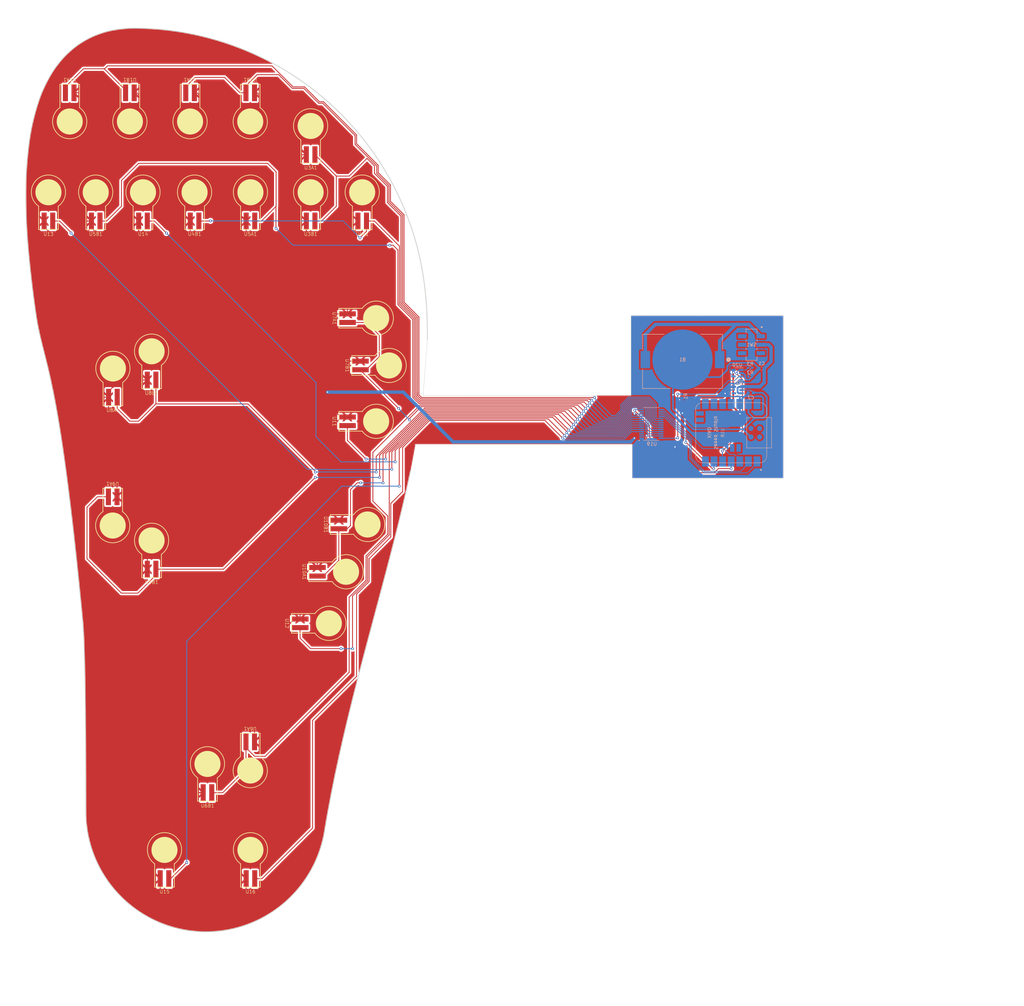
<source format=kicad_pcb>
(kicad_pcb (version 20221018) (generator pcbnew)
  (layers (0 "F.Cu" signal) (31 "B.Cu" signal) (34 "B.Paste" user) (35 "F.Paste" user) (36 "B.SilkS" user "B.Silkscreen") (37 "F.SilkS" user "F.Silkscreen") (38 "B.Mask" user) (39 "F.Mask" user) (44 "Edge.Cuts" user))
  (net 0 "")
  (net 1 "+BATT")
  (net 2 "Earth")
  (net 3 "Net-(U17-EN)")
  (net 4 "+3.3V")
  (net 5 "/SENSE_OUT")
  (net 6 "Net-(U20--)")
  (net 7 "/SCALED_SENSE_OUT")
  (net 8 "/S1")
  (net 9 "/S2")
  (net 10 "/S3")
  (net 11 "/S4")
  (net 12 "/S5")
  (net 13 "/S6")
  (net 14 "/S7")
  (net 15 "/S8")
  (net 16 "/S9")
  (net 17 "/S10")
  (net 18 "/S11")
  (net 19 "/S12")
  (net 20 "/S13")
  (net 21 "/S14")
  (net 22 "/S15")
  (net 23 "/S16")
  (net 24 "/A0")
  (net 25 "/A1")
  (net 26 "/A2")
  (net 27 "/A3")
  (net 28 "/EN")
  (net 44 "unconnected-(U18-5V-Pad14)")
  (footprint "footprints:DF9-16" (layer "F.Cu") (at 297.18 121.151475)
    (fp_text reference "U3B1")
    (fp_text value "~")
  )
  (footprint "footprints:DF9-16" (layer "F.Cu") (at 305.568525 147.32 -90)
    (fp_text reference "U7A1")
    (fp_text value "~")
  )
  (footprint "footprints:DF9-16" (layer "F.Cu") (at 279.4 270.008525 180)
    (fp_text reference "U6A1")
    (fp_text value "~")
  )
  (footprint "footprints:DF9-16" (layer "F.Cu") (at 291.598525 237.49 -90)
    (fp_text reference "U12")
    (fp_text value "~")
  )
  (footprint "footprints:DF9-16" (layer "F.Cu") (at 238.76 197.618525 180)
    (fp_text reference "U9A1")
    (fp_text value "~")
  )
  (footprint "footprints:DF9-16" (layer "F.Cu") (at 254 315.461475)
    (fp_text reference "U15")
    (fp_text value "~")
  )
  (footprint "footprints:DF9-16" (layer "F.Cu") (at 312.42 121.151475)
    (fp_text reference "U4A1")
    (fp_text value "~")
  )
  (footprint "footprints:DF9-16" (layer "F.Cu") (at 233.68 121.151475)
    (fp_text reference "U5B1")
    (fp_text value "~")
  )
  (footprint "footprints:DF9-16" (layer "F.Cu") (at 250.19 168.141475)
    (fp_text reference "U8B1")
    (fp_text value "~")
  )
  (footprint "footprints:DF9-16" (layer "F.Cu") (at 309.378525 161.29 -90)
    (fp_text reference "U7B1")
    (fp_text value "~")
  )
  (footprint "footprints:DF9-16" (layer "F.Cu") (at 238.76 173.221475)
    (fp_text reference "U8A1")
    (fp_text value "~")
  )
  (footprint "footprints:DF9-16" (layer "F.Cu") (at 247.65 121.151475)
    (fp_text reference "U14")
    (fp_text value "~")
  )
  (footprint "footprints:DF9-16" (layer "F.Cu") (at 243.84 78.238525 180)
    (fp_text reference "U1B1")
    (fp_text value "~")
  )
  (footprint "footprints:DF9-16" (layer "F.Cu") (at 279.4 78.238525 180)
    (fp_text reference "U2B1")
    (fp_text value "~")
  )
  (footprint "footprints:DF9-16" (layer "F.Cu") (at 219.71 121.151475)
    (fp_text reference "U13")
    (fp_text value "~")
  )
  (footprint "footprints:DF9-16" (layer "F.Cu") (at 279.4 121.151475)
    (fp_text reference "U5A1")
    (fp_text value "~")
  )
  (footprint "footprints:DF9-16" (layer "F.Cu") (at 262.89 121.151475)
    (fp_text reference "U4B1")
    (fp_text value "~")
  )
  (footprint "footprints:DF9-16" (layer "F.Cu") (at 279.4 315.461475)
    (fp_text reference "U16")
    (fp_text value "~")
  )
  (footprint "footprints:DF9-16" (layer "F.Cu") (at 305.568525 177.8 -90)
    (fp_text reference "U11")
    (fp_text value "~")
  )
  (footprint "footprints:DF9-16" (layer "F.Cu") (at 297.18 101.56)
    (fp_text reference "U3A1")
    (fp_text value "~")
  )
  (footprint "footprints:DF9-16" (layer "F.Cu") (at 303.028525 208.28 -90)
    (fp_text reference "U10B1")
    (fp_text value "~")
  )
  (footprint "footprints:DF9-16" (layer "F.Cu") (at 266.7 290.061475)
    (fp_text reference "U6B1")
    (fp_text value "~")
  )
  (footprint "footprints:DF9-16" (layer "F.Cu") (at 250.19 224.021475)
    (fp_text reference "U9B1")
    (fp_text value "~")
  )
  (footprint "footprints:DF9-16" (layer "F.Cu") (at 261.62 78.238525 180)
    (fp_text reference "U2A1")
    (fp_text value "~")
  )
  (footprint "footprints:DF9-16" (layer "F.Cu") (at 296.678525 222.25 -90)
    (fp_text reference "U10A1")
    (fp_text value "~")
  )
  (footprint "footprints:DF9-16" (layer "F.Cu") (at 226.06 78.238525 180)
    (fp_text reference "U1A1")
    (fp_text value "~")
  )
  (footprint "footprints:XIAO-nRF52840-Sense-14P-2.54-21X17.8MM" (layer "B.Cu") (at 421.48 181.2 90)
    (fp_text reference "U18")
    (fp_text value "Seeed Studio XIAO nRF52840" hide)
  )
  (footprint "Package_TO_SOT_SMD:SOT-23-5" (layer "B.Cu") (at 423.3975 168.59 180)
    (fp_text reference "U17")
    (fp_text value "MIC5504-3.3YM5-TR")
  )
  (footprint "Capacitor_SMD:C_0603_1608Metric" (layer "B.Cu") (at 430.455 162.2 180)
    (fp_text reference "C1")
    (fp_text value "1uF")
  )
  (footprint "Capacitor_SMD:C_0603_1608Metric" (layer "B.Cu") (at 427.28 169.4)
    (fp_text reference "C2")
    (fp_text value "1uF")
  )
  (footprint "Resistor_SMD:R_0402_1005Metric_Pad0.72x0.64mm_HandSolder" (layer "B.Cu") (at 427.08 162 180)
    (fp_text reference "R3")
    (fp_text value "20k")
  )
  (footprint "footprints:SW_JS202011SCQN" (layer "B.Cu") (at 427.48 155.2 180)
    (fp_text reference "SW1")
    (fp_text value "SW_DIP_x01")
  )
  (footprint "footprints:BK-912-TR_MPD" (layer "B.Cu") (at 407.095 160.109001 180)
    (fp_text reference "B1")
    (fp_text value "~")
  )
  (footprint "Package_TO_SOT_SMD:SOT-23-5" (layer "B.Cu") (at 423.28 163.6 180)
    (fp_text reference "U20")
    (fp_text value "MCP6001-OT")
  )
  (footprint "footprints:ADG706" (layer "B.Cu") (at 397.88 178.6)
    (fp_text reference "U19")
    (fp_text value "ADG706BRUZ-REEL7")
  )
  (footprint "Resistor_SMD:R_0402_1005Metric_Pad0.72x0.64mm_HandSolder" (layer "B.Cu") (at 406.88 170.3975 90)
    (fp_text reference "R1")
    (fp_text value "69k")
  )
  (footprint "Resistor_SMD:R_0402_1005Metric_Pad0.72x0.64mm_HandSolder" (layer "B.Cu") (at 427.0825 164.6 180)
    (fp_text reference "R2")
    (fp_text value "10k")
  )
  (gr_curve (pts (xy 226.123935 201.878358) (xy 226.509999 205.040765) (xy 226.907204 208.436801) (xy 227.315686 212.088944)) (stroke (width 0.25)) (layer "Edge.Cuts"))
  (gr_line (start 327.93 184.6) (end 392.28 184.6) (stroke (width 0.1)) (layer "Edge.Cuts"))
  (gr_curve (pts (xy 222.021651 173.729672) (xy 222.319745 175.377728) (xy 222.6286 177.170009) (xy 222.948404 179.12943)) (stroke (width 0.25)) (layer "Edge.Cuts"))
  (gr_line (start 330.45 170.18) (end 391.88 170.2) (stroke (width 0.1)) (layer "Edge.Cuts"))
  (gr_line (start 411.48 146.6) (end 436.88 146.6) (stroke (width 0.1)) (layer "Edge.Cuts"))
  (gr_line (start 391.88 170.2) (end 391.88 147.6) (stroke (width 0.1)) (layer "Edge.Cuts"))
  (gr_curve (pts (xy 230.661315 263.269235) (xy 230.790533 275.580567) (xy 230.790598 293.161823) (xy 230.790598 293.161823)) (stroke (width 0.25)) (layer "Edge.Cuts"))
  (gr_curve (pts (xy 228.574933 223.834299) (xy 228.79056 225.928071) (xy 229.009183 228.092956) (xy 229.230078 230.323945)) (stroke (width 0.25)) (layer "Edge.Cuts"))
  (gr_line (start 436.88 194.6) (end 392.28 194.6) (stroke (width 0.1)) (layer "Edge.Cuts"))
  (gr_curve (pts (xy 213.261343 119.625424) (xy 213.858177 131.635329) (xy 216.028913 146.142839) (xy 216.028913 146.142839)) (stroke (width 0.25)) (layer "Edge.Cuts"))
  (gr_curve (pts (xy 214.614558 91.797924) (xy 213.513317 97.735221) (xy 213.188386 104.677021) (xy 213.188386 104.677021)) (stroke (width 0.25)) (layer "Edge.Cuts"))
  (gr_curve (pts (xy 218.27297 156.751641) (xy 218.696892 158.418395) (xy 219.140453 160.143006) (xy 219.617742 162.145813)) (stroke (width 0.25)) (layer "Edge.Cuts"))
  (gr_curve (pts (xy 221.38654 73.936682) (xy 219.24079 77.118955) (xy 217.730079 80.865385) (xy 217.730079 80.865385)) (stroke (width 0.25)) (layer "Edge.Cuts"))
  (gr_curve (pts (xy 230.189101 241.809217) (xy 230.325774 244.83292) (xy 230.432658 249.216674) (xy 230.432658 249.216674)) (stroke (width 0.25)) (layer "Edge.Cuts"))
  (gr_curve (pts (xy 216.028913 146.142839) (xy 216.103594 146.64314) (xy 216.184154 147.151322) (xy 216.266362 147.64168)) (stroke (width 0.25)) (layer "Edge.Cuts"))
  (gr_curve (pts (xy 217.730079 80.865385) (xy 215.715798 85.860626) (xy 214.614558 91.797924) (xy 214.614558 91.797924)) (stroke (width 0.25)) (layer "Edge.Cuts"))
  (gr_line (start 391.88 146.6) (end 411.48 146.6) (stroke (width 0.1)) (layer "Edge.Cuts"))
  (gr_curve (pts (xy 219.617742 162.145813) (xy 220.095031 164.14862) (xy 220.606048 166.429625) (xy 221.159498 169.195066)) (stroke (width 0.25)) (layer "Edge.Cuts"))
  (gr_curve (pts (xy 221.159498 169.195066) (xy 221.436223 170.577787) (xy 221.723557 172.081616) (xy 222.021651 173.729672)) (stroke (width 0.25)) (layer "Edge.Cuts"))
  (gr_line (start 391.88 147.6) (end 391.88 146.6) (stroke (width 0.1)) (layer "Edge.Cuts"))
  (gr_curve (pts (xy 244.946724 61.676468) (xy 241.045738 61.660972) (xy 237.375333 62.564696) (xy 237.375333 62.564696)) (stroke (width 0.25)) (layer "Edge.Cuts"))
  (gr_curve (pts (xy 230.432658 249.216674) (xy 230.575169 255.06168) (xy 230.661315 263.269235) (xy 230.661315 263.269235)) (stroke (width 0.25)) (layer "Edge.Cuts"))
  (gr_line (start 326.773256 192.326084) (end 328.2 184.6) (stroke (width 0.1)) (layer "Edge.Cuts"))
  (gr_curve (pts (xy 232.648607 64.208245) (xy 230.368817 65.249312) (xy 228.332132 66.709715) (xy 228.332132 66.709715)) (stroke (width 0.25)) (layer "Edge.Cuts"))
  (gr_curve (pts (xy 213.188386 104.677021) (xy 212.863454 111.618821) (xy 213.261343 119.625424) (xy 213.261343 119.625424)) (stroke (width 0.25)) (layer "Edge.Cuts"))
  (gr_arc (start 244.946724 61.676468) (mid 301.460826 82.6686) (end 330.566533 135.46416) (stroke (width 0.25)) (layer "Edge.Cuts"))
  (gr_arc (start 301.323311 298.902816) (mid 263.410609 328.544808) (end 230.790598 293.161823) (stroke (width 0.25)) (layer "Edge.Cuts"))
  (gr_curve (pts (xy 310.906558 254.772302) (xy 314.602254 240.35411) (xy 318.559142 226.254164) (xy 322.029556 212.559948)) (stroke (width 0.25)) (layer "Edge.Cuts"))
  (gr_curve (pts (xy 216.518785 149.067943) (xy 216.691503 149.994684) (xy 216.874233 150.884766) (xy 217.063922 151.747405)) (stroke (width 0.25)) (layer "Edge.Cuts"))
  (gr_line (start 392.28 194.6) (end 392.28 184.6) (stroke (width 0.1)) (layer "Edge.Cuts"))
  (gr_curve (pts (xy 228.332132 66.709715) (xy 226.295447 68.170118) (xy 224.556244 69.992642) (xy 224.556244 69.992642)) (stroke (width 0.25)) (layer "Edge.Cuts"))
  (gr_curve (pts (xy 229.230078 230.323945) (xy 229.340526 231.439439) (xy 229.451542 232.571459) (xy 229.564072 233.730266)) (stroke (width 0.25)) (layer "Edge.Cuts"))
  (gr_curve (pts (xy 217.652108 154.272295) (xy 217.853957 155.09935) (xy 218.061009 155.918263) (xy 218.27297 156.751641)) (stroke (width 0.25)) (layer "Edge.Cuts"))
  (gr_curve (pts (xy 305.64801 276.634966) (xy 307.27616 269.270056) (xy 309.05871 261.981398) (xy 310.906558 254.772302)) (stroke (width 0.25)) (layer "Edge.Cuts"))
  (gr_curve (pts (xy 237.375333 62.564696) (xy 234.928397 63.167178) (xy 232.648607 64.208245) (xy 232.648607 64.208245)) (stroke (width 0.25)) (layer "Edge.Cuts"))
  (gr_curve (pts (xy 227.936832 217.761491) (xy 228.146677 219.717869) (xy 228.359307 221.740527) (xy 228.574933 223.834299)) (stroke (width 0.25)) (layer "Edge.Cuts"))
  (gr_curve (pts (xy 331.500901 144.521232) (xy 331.319291 141.475702) (xy 331.014621 138.465948) (xy 330.566533 135.46416)) (stroke (width 0.25)) (layer "Edge.Cuts"))
  (gr_line (start 436.88 146.6) (end 436.88 194.6) (stroke (width 0.1)) (layer "Edge.Cuts"))
  (gr_curve (pts (xy 216.266362 147.64168) (xy 216.34857 148.132038) (xy 216.432426 148.604573) (xy 216.518785 149.067943)) (stroke (width 0.25)) (layer "Edge.Cuts"))
  (gr_curve (pts (xy 224.999103 193.070048) (xy 225.362949 195.787174) (xy 225.737872 198.715952) (xy 226.123935 201.878358)) (stroke (width 0.25)) (layer "Edge.Cuts"))
  (gr_curve (pts (xy 222.948404 179.12943) (xy 223.268209 181.088852) (xy 223.598963 183.215414) (xy 223.940726 185.531431)) (stroke (width 0.25)) (layer "Edge.Cuts"))
  (gr_curve (pts (xy 331.69092 153.755694) (xy 331.741058 150.648067) (xy 331.68251 147.566762) (xy 331.500901 144.521232)) (stroke (width 0.25)) (layer "Edge.Cuts"))
  (gr_curve (pts (xy 227.315686 212.088944) (xy 227.519927 213.915015) (xy 227.726987 215.805113) (xy 227.936832 217.761491)) (stroke (width 0.25)) (layer "Edge.Cuts"))
  (gr_curve (pts (xy 217.063922 151.747405) (xy 217.253611 152.610045) (xy 217.450258 153.44524) (xy 217.652108 154.272295)) (stroke (width 0.25)) (layer "Edge.Cuts"))
  (gr_curve (pts (xy 301.323311 298.902816) (xy 302.546111 291.44104) (xy 304.019861 283.999877) (xy 305.64801 276.634966)) (stroke (width 0.25)) (layer "Edge.Cuts"))
  (gr_line (start 330.45 170.18) (end 331.69092 153.755694) (stroke (width 0.1)) (layer "Edge.Cuts"))
  (gr_curve (pts (xy 224.556244 69.992642) (xy 222.81704 71.815167) (xy 221.38654 73.936682) (xy 221.38654 73.936682)) (stroke (width 0.25)) (layer "Edge.Cuts"))
  (gr_curve (pts (xy 223.940726 185.531431) (xy 224.282488 187.847449) (xy 224.635257 190.352923) (xy 224.999103 193.070048)) (stroke (width 0.25)) (layer "Edge.Cuts"))
  (gr_curve (pts (xy 322.029556 212.559948) (xy 323.764763 205.71284) (xy 325.378352 198.967165) (xy 326.773256 192.326084)) (stroke (width 0.25)) (layer "Edge.Cuts"))
  (gr_curve (pts (xy 229.902363 237.247018) (xy 230.052429 238.785514) (xy 230.189101 241.809217) (xy 230.189101 241.809217)) (stroke (width 0.25)) (layer "Edge.Cuts"))
  (gr_curve (pts (xy 229.564072 233.730266) (xy 229.676603 234.889073) (xy 229.790648 236.074667) (xy 229.902363 237.247018)) (stroke (width 0.25)) (layer "Edge.Cuts"))
  (segment (start 396.11 152.34) (end 396.11 159.6) (width 1) (layer "B.Cu") (net 1))
  (segment (start 396.035 159.510999) (end 396.035 157.464021) (width 0.25) (layer "B.Cu") (net 1))
  (segment (start 399.07 149.2) (end 396.02 152.25) (width 1) (layer "B.Cu") (net 1))
  (segment (start 396.02 152.25) (end 396.11 152.34) (width 1) (layer "B.Cu") (net 1))
  (segment (start 422.91 149.2) (end 418.08 154.03) (width 1) (layer "B.Cu") (net 1))
  (segment (start 422.91 149.2) (end 426.7359 149.2) (width 1) (layer "B.Cu") (net 1))
  (segment (start 418.08 154.03) (end 418.08 159.6) (width 1) (layer "B.Cu") (net 1))
  (segment (start 426.7359 149.2) (end 430.2359 152.7) (width 1) (layer "B.Cu") (net 1))
  (segment (start 424.08 149.2) (end 423.88 149.2) (width 0.25) (layer "B.Cu") (net 1))
  (segment (start 422.91 149.2) (end 399.07 149.2) (width 1) (layer "B.Cu") (net 1))
  (segment (start 418.005 155.075) (end 418.005 159.510999) (width 0.25) (layer "B.Cu") (net 1))
  (segment (start 424.08 149.2) (end 422.91 149.2) (width 1) (layer "B.Cu") (net 1))
  (segment (start 308.068525 146.08) (end 303.5 146.08) (width 0.25) (layer "F.Cu") (net 2))
  (segment (start 276.86 127) (end 279.4 124.46) (width 0.25) (layer "F.Cu") (net 2))
  (segment (start 232.44 118.651475) (end 232.44 120.68) (width 0.25) (layer "F.Cu") (net 2))
  (segment (start 281.97 126.97) (end 278.16 123.16) (width 0.25) (layer "F.Cu") (net 2))
  (segment (start 248.92 127) (end 256.54 127) (width 0.25) (layer "F.Cu") (net 2))
  (segment (start 269.24 96.52) (end 271.78 96.52) (width 0.25) (layer "F.Cu") (net 2))
  (segment (start 246.41 118.651475) (end 246.41 121.95) (width 0.25) (layer "F.Cu") (net 2))
  (segment (start 392.88 175.6) (end 392.88 182.8) (width 0.75) (layer "F.Cu") (net 2))
  (segment (start 248.92 124.46) (end 246.38 127) (width 0.25) (layer "F.Cu") (net 2))
  (segment (start 251.46 127) (end 254 127) (width 0.25) (layer "F.Cu") (net 2))
  (segment (start 232.44 120.62) (end 232.44 118.651475) (width 0.25) (layer "F.Cu") (net 2))
  (segment (start 240.85 165.641475) (end 237.52 168.971475) (width 0.25) (layer "F.Cu") (net 2))
  (segment (start 246.41 124.49) (end 246.38 124.52) (width 0.25) (layer "F.Cu") (net 2))
  (segment (start 306.1 176.56) (end 308.068525 176.56) (width 0.25) (layer "F.Cu") (net 2))
  (segment (start 396.467347 182.012653) (end 396.467347 179.187347) (width 0.75) (layer "F.Cu") (net 2))
  (segment (start 248.95 221.521475) (end 248.95 209.068525) (width 0.25) (layer "F.Cu") (net 2))
  (segment (start 248.92 127) (end 246.44 124.52) (width 0.25) (layer "F.Cu") (net 2))
  (segment (start 246.41 124.46) (end 246.41 124.49) (width 0.25) (layer "F.Cu") (net 2))
  (segment (start 278.16 118.651475) (end 278.16 123.16) (width 0.25) (layer "F.Cu") (net 2))
  (segment (start 259.621475 287.561475) (end 256.54 284.48) (width 0.25) (layer "F.Cu") (net 2))
  (segment (start 261.65 118.651475) (end 261.65 120.401475) (width 0.25) (layer "F.Cu") (net 2))
  (segment (start 266.7 127) (end 261.62 121.92) (width 0.25) (layer "F.Cu") (net 2))
  (segment (start 245.11 123.19) (end 243.84 124.46) (width 0.25) (layer "F.Cu") (net 2))
  (segment (start 269.24 93.98) (end 269.24 86.36) (width 0.25) (layer "F.Cu") (net 2))
  (segment (start 308.068525 176.56) (end 306.318525 176.56) (width 0.25) (layer "F.Cu") (net 2))
  (segment (start 230.598525 80.738525) (end 233.68 83.82) (width 0.25) (layer "F.Cu") (net 2))
  (segment (start 393.88 170) (end 391.48 172.4) (width 1) (layer "F.Cu") (net 2))
  (segment (start 237.52 174.02) (end 238.76 175.26) (width 0.25) (layer "F.Cu") (net 2))
  (segment (start 251.46 93.98) (end 254 96.52) (width 0.25) (layer "F.Cu") (net 2))
  (segment (start 302.26 154.94) (end 302.26 169.14) (width 0.25) (layer "F.Cu") (net 2))
  (segment (start 234.221475 170.721475) (end 226.06 162.56) (width 0.25) (layer "F.Cu") (net 2))
  (segment (start 271.78 96.52) (end 281.94 96.52) (width 0.25) (layer "F.Cu") (net 2))
  (segment (start 246.41 124.49) (end 246.38 124.46) (width 0.25) (layer "F.Cu") (net 2))
  (segment (start 281.398525 80.738525) (end 280.64 80.738525) (width 0.25) (layer "F.Cu") (net 2))
  (segment (start 295.94 118.651475) (end 295.94 125.7) (width 0.25) (layer "F.Cu") (net 2))
  (segment (start 251.46 93.98) (end 251.46 96.52) (width 0.25) (layer "F.Cu") (net 2))
  (segment (start 246.38 124.46) (end 245.11 123.19) (width 0.25) (layer "F.Cu") (net 2))
  (segment (start 227.3 80.738525) (end 230.598525 80.738525) (width 0.25) (layer "F.Cu") (net 2))
  (segment (start 311.18 120.62) (end 311.18 118.651475) (width 0.25) (layer "F.Cu") (net 2))
  (segment (start 297.428525 221.01) (end 299.178525 221.01) (width 0.25) (layer "F.Cu") (net 2))
  (segment (start 248.92 124.46) (end 251.46 127) (width 0.25) (layer "F.Cu") (net 2))
  (segment (start 252.76 318.74) (end 251.46 320.04) (width 0.25) (layer "F.Cu") (net 2))
  (segment (start 233.68 83.82) (end 233.68 93.98) (width 0.25) (layer "F.Cu") (net 2))
  (segment (start 294.098525 236.25) (end 294.098525 224.34) (width 0.25) (layer "F.Cu") (net 2))
  (segment (start 391.48 175) (end 392.08 175.6) (width 1) (layer "F.Cu") (net 2))
  (segment (start 282 127) (end 281.97 126.97) (width 0.25) (layer "F.Cu") (net 2))
  (segment (start 302.26 154.94) (end 302.26 147.32) (width 0.25) (layer "F.Cu") (net 2))
  (segment (start 243.84 124.46) (end 241.3 127) (width 0.25) (layer "F.Cu") (net 2))
  (segment (start 226.06 116.84) (end 226.06 101.6) (width 0.25) (layer "F.Cu") (net 2))
  (segment (start 396.467347 179.187347) (end 392.88 175.6) (width 0.75) (layer "F.Cu") (net 2))
  (segment (start 269.24 261.62) (end 275.56 261.62) (width 0.25) (layer "F.Cu") (net 2))
  (segment (start 279.37 126.97) (end 281.97 126.97) (width 0.25) (layer "F.Cu") (net 2))
  (segment (start 276.86 124.46) (end 274.32 127) (width 0.25) (layer "F.Cu") (net 2))
  (segment (start 246.38 127) (end 248.92 127) (width 0.25) (layer "F.Cu") (net 2))
  (segment (start 299.72 127) (end 302.26 127) (width 0.25) (layer "F.Cu") (net 2))
  (segment (start 295.94 125.76) (end 297.18 127) (width 0.25) (layer "F.Cu") (net 2))
  (segment (start 311.878525 160.05) (end 307.37 160.05) (width 0.25) (layer "F.Cu") (net 2))
  (segment (start 254 96.52) (end 266.7 96.52) (width 0.25) (layer "F.Cu") (net 2))
  (segment (start 248.95 209.068525) (end 240 200.118525) (width 0.25) (layer "F.Cu") (net 2))
  (segment (start 271.78 325.12) (end 259.08 325.12) (width 0.25) (layer "F.Cu") (net 2))
  (segment (start 294.098525 224.34) (end 297.428525 221.01) (width 0.25) (layer "F.Cu") (net 2))
  (segment (start 233.68 93.98) (end 236.22 96.52) (width 0.25) (layer "F.Cu") (net 2))
  (segment (start 246.41 118.651475) (end 246.41 121.89) (width 0.25) (layer "F.Cu") (net 2))
  (segment (start 246.44 124.52) (end 246.38 124.52) (width 0.25) (layer "F.Cu") (net 2))
  (segment (start 297.18 127) (end 304.8 127) (width 0.25) (layer "F.Cu") (net 2))
  (segment (start 243.84 124.46) (end 246.38 124.46) (width 0.25) (layer "F.Cu") (net 2))
  (segment (start 246.44 124.52) (end 246.5 124.46) (width 0.25) (layer "F.Cu") (net 2))
  (segment (start 306.318525 176.56) (end 302.26 180.618525) (width 0.25) (layer "F.Cu") (net 2))
  (segment (start 392.08 175.6) (end 392.88 175.6) (width 0.75) (layer "F.Cu") (net 2))
  (segment (start 246.38 124.52) (end 246.38 127) (width 0.25) (layer "F.Cu") (net 2))
  (segment (start 256.54 274.32) (end 269.24 261.62) (width 0.25) (layer "F.Cu") (net 2))
  (segment (start 256.54 284.48) (end 256.54 274.32) (width 0.25) (layer "F.Cu") (net 2))
  (segment (start 276.86 124.46) (end 279.37 126.97) (width 0.25) (layer "F.Cu") (net 2))
  (segment (start 226.06 162.56) (end 226.06 127) (width 0.25) (layer "F.Cu") (net 2))
  (segment (start 261.62 120.431475) (end 261.62 121.92) (width 0.25) (layer "F.Cu") (net 2))
  (segment (start 259.08 325.12) (end 252.76 318.8) (width 0.25) (layer "F.Cu") (net 2))
  (segment (start 269.24 93.98) (end 271.78 96.52) (width 0.25) (layer "F.Cu") (net 2))
  (segment (start 280.64 256.54) (end 280.64 272.508525) (width 0.25) (layer "F.Cu") (net 2))
  (segment (start 248.95 165.641475) (end 240.85 165.641475) (width 0.25) (layer "F.Cu") (net 2))
  (segment (start 281.94 96.52) (end 287.02 91.44) (width 0.25) (layer "F.Cu") (net 2))
  (segment (start 266.7 96.52) (end 269.24 96.52) (width 0.25) (layer "F.Cu") (net 2))
  (segment (start 278.16 318.74) (end 271.78 325.12) (width 0.25) (layer "F.Cu") (net 2))
  (segment (start 295.94 123.16) (end 299.72 126.94) (width 0.25) (layer "F.Cu") (net 2))
  (segment (start 252.76 318.8) (end 252.76 312.961475) (width 0.25) (layer "F.Cu") (net 2))
  (segment (start 302.26 172.72) (end 306.1 176.56) (width 0.25) (layer "F.Cu") (net 2))
  (segment (start 236.22 96.52) (end 248.92 96.52) (width 0.25) (layer "F.Cu") (net 2))
  (segment (start 303.5 146.08) (end 302.26 147.32) (width 0.25) (layer "F.Cu") (net 2))
  (segment (start 248.92 165.671475) (end 248.95 165.641475) (width 0.25) (layer "F.Cu") (net 2))
  (segment (start 240 176.5) (end 238.76 175.26) (width 0.25) (layer "F.Cu") (net 2))
  (segment (start 237.52 168.971475) (end 237.52 170.721475) (width 0.25) (layer "F.Cu") (net 2))
  (segment (start 261.65 120.401475) (end 261.62 120.431475) (width 0.25) (layer "F.Cu") (net 2))
  (segment (start 246.41 124.46) (end 246.41 124.43) (width 0.25) (layer "F.Cu") (net 2))
  (segment (start 299.178525 206.281475) (end 299.178525 221.01) (width 0.25) (layer "F.Cu") (net 2))
  (segment (start 295.94 123.16) (end 292.1 127) (width 0.25) (layer "F.Cu") (net 2))
  (segment (start 252.76 312.961475) (end 252.76 318.74) (width 0.25) (layer "F.Cu") (net 2))
  (segment (start 304.8 127) (end 308.068525 130.268525) (width 0.25) (layer "F.Cu") (net 2))
  (segment (start 245.838525 80.738525) (end 245.08 80.738525) (width 0.25) (layer "F.Cu") (net 2))
  (segment (start 302.26 203.2) (end 302.26 203.771475) (width 0.25) (layer "F.Cu") (net 2))
  (segment (start 295.94 118.651475) (end 295.94 123.16) (width 0.25) (layer "F.Cu") (net 2))
  (segment (start 299.72 126.94) (end 299.72 127) (width 0.25) (layer "F.Cu") (net 2))
  (segment (start 226.06 127) (end 232.44 120.62) (width 0.25) (layer "F.Cu") (net 2))
  (segment (start 237.52 170.721475) (end 234.221475 170.721475) (width 0.25) (layer "F.Cu") (net 2))
  (segment (start 274.32 127) (end 266.7 127) (width 0.25) (layer "F.Cu") (net 2))
  (segment (start 274.32 127) (end 276.86 127) (width 0.25) (layer "F.Cu") (net 2))
  (segment (start 218.47 118.651475) (end 218.47 120.401475) (width 0.25) (layer "F.Cu") (net 2))
  (segment (start 243.84 299.72) (end 255.998525 287.561475) (width 0.25) (layer "F.Cu") (net 2))
  (segment (start 302.26 203.771475) (end 305.528525 207.04) (width 0.25) (layer "F.Cu") (net 2))
  (segment (start 255.998525 287.561475) (end 265.46 287.561475) (width 0.25) (layer "F.Cu") (net 2))
  (segment (start 304.8 127) (end 311.18 120.62) (width 0.25) (layer "F.Cu") (net 2))
  (segment (start 280.64 247.958525) (end 280.64 256.54) (width 0.25) (layer "F.Cu") (net 2))
  (segment (start 218.47 120.401475) (end 225.068525 127) (width 0.25) (layer "F.Cu") (net 2))
  (segment (start 308.068525 130.268525) (end 308.068525 146.08) (width 0.25) (layer "F.Cu") (net 2))
  (segment (start 246.41 121.95) (end 247.65 123.19) (width 0.25) (layer "F.Cu") (net 2))
  (segment (start 243.84 127) (end 241.3 127) (width 0.25) (layer "F.Cu") (net 2))
  (segment (start 287.02 91.44) (end 294.64 99.06) (width 0.25) (layer "F.Cu") (net 2))
  (segment (start 248.92 167.64) (end 248.92 165.671475) (width 0.25) (layer "F.Cu") (net 2))
  (segment (start 246.41 121.89) (end 245.11 123.19) (width 0.25) (layer "F.Cu") (net 2))
  (segment (start 248.92 96.52) (end 251.46 93.98) (width 0.25) (layer "F.Cu") (net 2))
  (segment (start 307.37 160.05) (end 302.26 154.94) (width 0.25) (layer "F.Cu") (net 2))
  (segment (start 251.46 320.04) (end 246.38 320.04) (width 0.25) (layer "F.Cu") (net 2))
  (segment (start 246.41 124.43) (end 243.84 127) (width 0.25) (layer "F.Cu") (net 2))
  (segment (start 246.38 320.04) (end 243.84 317.5) (width 0.25) (layer "F.Cu") (net 2))
  (segment (start 251.46 86.36) (end 245.838525 80.738525) (width 0.25) (layer "F.Cu") (net 2))
  (segment (start 263.618525 80.738525) (end 262.86 80.738525) (width 0.25) (layer "F.Cu") (net 2))
  (segment (start 266.7 96.52) (end 269.24 93.98) (width 0.25) (layer "F.Cu") (net 2))
  (segment (start 292.1 127) (end 294.64 127) (width 0.25) (layer "F.Cu") (net 2))
  (segment (start 246.41 121.95) (end 246.41 124.43) (width 0.25) (layer "F.Cu") (net 2))
  (segment (start 302.26 180.618525) (end 302.26 203.2) (width 0.25) (layer "F.Cu") (net 2))
  (segment (start 251.46 96.52) (end 254 96.52) (width 0.25) (layer "F.Cu") (net 2))
  (segment (start 232.44 118.651475) (end 227.871475 118.651475) (width 0.25) (layer "F.Cu") (net 2))
  (segment (start 246.5 124.46) (end 248.92 124.46) (width 0.25) (layer "F.Cu") (net 2))
  (segment (start 227.871475 118.651475) (end 226.06 116.84) (width 0.25) (layer "F.Cu") (net 2))
  (segment (start 246.41 124.43) (end 247.65 123.19) (width 0.25) (layer "F.Cu") (net 2))
  (segment (start 241.3 127) (end 238.76 127) (width 0.25) (layer "F.Cu") (net 2))
  (segment (start 237.52 170.721475) (end 237.52 174.02) (width 0.25) (layer "F.Cu") (net 2))
  (segment (start 226.06 101.6) (end 233.68 93.98) (width 0.25) (layer "F.Cu") (net 2))
  (segment (start 391.48 172.4) (end 391.48 175) (width 1) (layer "F.Cu") (net 2))
  (segment (start 247.65 123.19) (end 248.92 124.46) (width 0.25) (layer "F.Cu") (net 2))
  (segment (start 269.24 86.36) (end 263.618525 80.738525) (width 0.25) (layer "F.Cu") (net 2))
  (segment (start 392.88 182.8) (end 392.88 182.6) (width 0.25) (layer "F.Cu") (net 2))
  (segment (start 287.02 86.36) (end 281.398525 80.738525) (width 0.25) (layer "F.Cu") (net 2))
  (segment (start 225.068525 127) (end 226.06 127) (width 0.25) (layer "F.Cu") (net 2))
  (segment (start 240 176.56) (end 240 176.5) (width 0.25) (layer "F.Cu") (net 2))
  (segment (start 278.16 123.16) (end 276.86 124.46) (width 0.25) (layer "F.Cu") (net 2))
  (segment (start 295.94 125.7) (end 294.64 127) (width 0.25) (layer "F.Cu") (net 2))
  (segment (start 240 176.56) (end 240 200.118525) (width 0.25) (layer "F.Cu") (net 2))
  (segment (start 302.26 169.14) (end 302.2 169.2) (width 0.25) (layer "F.Cu") (net 2))
  (segment (start 246.38 127) (end 243.84 124.46) (width 0.25) (layer "F.Cu") (net 2))
  (segment (start 256.54 127) (end 261.62 121.92) (width 0.25) (layer "F.Cu") (net 2))
  (segment (start 302.26 203.2) (end 299.178525 206.281475) (width 0.25) (layer "F.Cu") (net 2))
  (segment (start 294.64 99.06) (end 295.94 99.06) (width 0.25) (layer "F.Cu") (net 2))
  (segment (start 287.02 91.44) (end 287.02 86.36) (width 0.25) (layer "F.Cu") (net 2))
  (segment (start 295.94 118.651475) (end 295.94 125.76) (width 0.25) (layer "F.Cu") (net 2))
  (segment (start 302.2 169.2) (end 302.26 169.26) (width 0.25) (layer "F.Cu") (net 2))
  (segment (start 404.28 170) (end 393.88 170) (width 1) (layer "F.Cu") (net 2))
  (segment (start 248.92 96.52) (end 251.46 96.52) (width 0.25) (layer "F.Cu") (net 2))
  (segment (start 248.95 167.61) (end 248.95 165.641475) (width 0.25) (layer "F.Cu") (net 2))
  (segment (start 275.56 261.62) (end 280.64 256.54) (width 0.25) (layer "F.Cu") (net 2))
  (segment (start 246.41 118.651475) (end 246.41 124.46) (width 0.25) (layer "F.Cu") (net 2))
  (segment (start 246.38 127) (end 243.84 127) (width 0.25) (layer "F.Cu") (net 2))
  (segment (start 251.46 93.98) (end 251.46 86.36) (width 0.25) (layer "F.Cu") (net 2))
  (segment (start 243.84 317.5) (end 243.84 299.72) (width 0.25) (layer "F.Cu") (net 2))
  (segment (start 302.26 169.26) (end 302.26 172.72) (width 0.25) (layer "F.Cu") (net 2))
  (segment (start 232.44 120.68) (end 238.76 127) (width 0.25) (layer "F.Cu") (net 2))
  (segment (start 292.348525 236.25) (end 280.64 247.958525) (width 0.25) (layer "F.Cu") (net 2))
  (segment (start 265.46 287.561475) (end 259.621475 287.561475) (width 0.25) (layer "F.Cu") (net 2))
  (segment (start 269.24 93.98) (end 269.24 96.52) (width 0.25) (layer "F.Cu") (net 2))
  (segment (start 294.64 127) (end 282 127) (width 0.25) (layer "F.Cu") (net 2))
  (segment (start 278.16 312.961475) (end 278.16 318.74) (width 0.25) (layer "F.Cu") (net 2))
  (segment (start 294.098525 236.25) (end 292.348525 236.25) (width 0.25) (layer "F.Cu") (net 2))
  (via (at 396.467347 182.012653) (size 0.8) (drill 0.4) (layers "F.Cu" "B.Cu") (net 2))
  (via (at 404.28 170) (size 0.8) (drill 0.4) (layers "F.Cu" "B.Cu") (net 2))
  (via (at 392.88 182.8) (size 0.8) (drill 0.4) (layers "F.Cu" "B.Cu") (net 2))
  (via (at 302.2 169.2) (size 0.8) (drill 0.4) (layers "F.Cu" "B.Cu") (net 2))
  (via (at 392.88 175.6) (size 0.8) (drill 0.4) (layers "F.Cu" "B.Cu") (net 2))
  (segment (start 425.079999 163.6) (end 424.4175 163.6) (width 0.25) (layer "B.Cu") (net 2))
  (segment (start 425.62 164.19) (end 425.03 163.6) (width 0.5) (layer "B.Cu") (net 2))
  (segment (start 427.105 175.795) (end 426.56 175.25) (width 0.5) (layer "B.Cu") (net 2))
  (segment (start 425.06 180.2) (end 427.33 182.47) (width 0.5) (layer "B.Cu") (net 2))
  (segment (start 426.56 175.25) (end 426.56 172.7) (width 0.5) (layer "B.Cu") (net 2))
  (segment (start 431.17 176.63) (end 430.955 176.845) (width 0.5) (layer "B.Cu") (net 2))
  (segment (start 420.36 162.58) (end 420.36 161.4025) (width 0.5) (layer "B.Cu") (net 2))
  (segment (start 404.28 162.415) (end 407.095 159.6) (width 0.25) (layer "B.Cu") (net 2))
  (segment (start 428.03 160.55) (end 429.68 162.2) (width 0.5) (layer "B.Cu") (net 2))
  (segment (start 404.28 174.2) (end 404.28 170) (width 0.5) (layer "B.Cu") (net 2))
  (segment (start 302.2 169.2) (end 324.6 169.2) (width 1) (layer "B.Cu") (net 2))
  (segment (start 430.76 169.4) (end 431.98 170.62) (width 0.5) (layer "B.Cu") (net 2))
  (segment (start 418.18 164.76) (end 412.255 164.76) (width 0.5) (layer "B.Cu") (net 2))
  (segment (start 427.68 164.2) (end 429.68 162.2) (width 1) (layer "B.Cu") (net 2))
  (segment (start 425.62 165.189999) (end 425.62 164.19) (width 0.5) (layer "B.Cu") (net 2))
  (segment (start 429.26 176.845) (end 428.21 176.845) (width 0.5) (layer "B.Cu") (net 2))
  (segment (start 431.98 170.62) (end 431.98 175.82) (width 0.5) (layer "B.Cu") (net 2))
  (segment (start 425.68 165.2) (end 425.98 165.5) (width 0.5) (layer "B.Cu") (net 2))
  (segment (start 392.955 175.675) (end 392.88 175.6) (width 0.25) (layer "B.Cu") (net 2))
  (segment (start 391.78 183.9) (end 392.155 183.525) (width 1) (layer "B.Cu") (net 2))
  (segment (start 396.467347 182.012653) (end 396.629694 182.175) (width 0.25) (layer "B.Cu") (net 2))
  (segment (start 404.28 170) (end 404.28 162.415) (width 0.5) (layer "B.Cu") (net 2))
  (segment (start 324.6 169.2) (end 339.3 183.9) (width 1) (layer "B.Cu") (net 2))
  (segment (start 430.955 176.845) (end 429.26 176.845) (width 0.5) (layer "B.Cu") (net 2))
  (segment (start 391.78 183.9) (end 392.88 182.8) (width 0.75) (layer "B.Cu") (net 2))
  (segment (start 427.71 164.63) (end 426.81 165.53) (width 0.5) (layer "B.Cu") (net 2))
  (segment (start 395.01 175.675) (end 392.955 175.675) (width 0.25) (layer "B.Cu") (net 2))
  (segment (start 429.26 176.845) (end 428.155 176.845) (width 0.5) (layer "B.Cu") (net 2))
  (segment (start 428.21 177.05) (end 425.06 180.2) (width 0.5) (layer "B.Cu") (net 2))
  (segment (start 428.055 169.4) (end 430.76 169.4) (width 0.5) (layer "B.Cu") (net 2))
  (segment (start 428.21 176.845) (end 428.21 177.05) (width 0.5) (layer "B.Cu") (net 2))
  (segment (start 392.155 183.525) (end 392.88 182.8) (width 0.25) (layer "B.Cu") (net 2))
  (segment (start 418.18 164.76) (end 420.36 162.58) (width 0.5) (layer "B.Cu") (net 2))
  (segment (start 428.155 176.845) (end 427.105 175.795) (width 0.5) (layer "B.Cu") (net 2))
  (segment (start 421.33 160.55) (end 428.03 160.55) (width 0.5) (layer "B.Cu") (net 2))
  (segment (start 421.2125 160.55) (end 420.36 161.4025) (width 0.5) (layer "B.Cu") (net 2))
  (segment (start 427.68 164.6) (end 427.68 164.2) (width 0.25) (layer "B.Cu") (net 2))
  (segment (start 425.06 180.2) (end 410.28 180.2) (width 0.5) (layer "B.Cu") (net 2))
  (segment (start 410.28 180.2) (end 404.28 174.2) (width 0.5) (layer "B.Cu") (net 2))
  (segment (start 427.245 168.59) (end 424.535 168.59) (width 0.25) (layer "B.Cu") (net 2))
  (segment (start 431.98 175.82) (end 431.17 176.63) (width 0.5) (layer "B.Cu") (net 2))
  (segment (start 421.33 160.55) (end 421.2125 160.55) (width 0.5) (layer "B.Cu") (net 2))
  (segment (start 428.055 169.4) (end 427.245 168.59) (width 0.25) (layer "B.Cu") (net 2))
  (segment (start 396.629694 182.175) (end 400.75 182.175) (width 0.25) (layer "B.Cu") (net 2))
  (segment (start 425.98 165.5) (end 426.78 165.5) (width 0.5) (layer "B.Cu") (net 2))
  (segment (start 412.255 164.76) (end 407.095 159.6) (width 0.5) (layer "B.Cu") (net 2))
  (segment (start 425.03 163.6) (end 424.4175 163.6) (width 0.5) (layer "B.Cu") (net 2))
  (segment (start 339.3 183.9) (end 391.78 183.9) (width 1) (layer "B.Cu") (net 2))
  (segment (start 424.535 169.54) (end 423.7 169.54) (width 0.5) (layer "B.Cu") (net 3))
  (segment (start 423.4225 169.2625) (end 423.7 169.54) (width 0.5) (layer "B.Cu") (net 3))
  (segment (start 433.26 160.17) (end 431.23 162.2) (width 1) (layer "B.Cu") (net 3))
  (segment (start 423.36 169.2525) (end 423.6475 169.54) (width 0.5) (layer "B.Cu") (net 3))
  (segment (start 423.36 167.9475) (end 423.36 169.2525) (width 0.5) (layer "B.Cu") (net 3))
  (segment (start 429.96 167.61) (end 429.94 167.59) (width 1) (layer "B.Cu") (net 3))
  (segment (start 433.26 155.95) (end 433.26 160.17) (width 1) (layer "B.Cu") (net 3))
  (segment (start 430.2359 155.2) (end 432.51 155.2) (width 1) (layer "B.Cu") (net 3))
  (segment (start 431.23 166.34) (end 429.96 167.61) (width 1) (layer "B.Cu") (net 3))
  (segment (start 432.51 155.2) (end 433.26 155.95) (width 1) (layer "B.Cu") (net 3))
  (segment (start 423.36 167.9475) (end 423.6675 167.64) (width 0.5) (layer "B.Cu") (net 3))
  (segment (start 423.74 167.64) (end 423.4225 167.9575) (width 0.5) (layer "B.Cu") (net 3))
  (segment (start 423.74 167.64) (end 424.535 167.64) (width 0.5) (layer "B.Cu") (net 3))
  (segment (start 423.6675 167.64) (end 424.535 167.64) (width 0.5) (layer "B.Cu") (net 3))
  (segment (start 423.6475 169.54) (end 424.535 169.54) (width 0.5) (layer "B.Cu") (net 3))
  (segment (start 429.94 167.59) (end 424.535 167.59) (width 1) (layer "B.Cu") (net 3))
  (segment (start 431.23 162.2) (end 431.23 166.34) (width 1) (layer "B.Cu") (net 3))
  (segment (start 422.08 173.6) (end 424.08 175.6) (width 0.5) (layer "F.Cu") (net 4))
  (segment (start 407.08 175.4) (end 407.08 175.4) (width 1) (layer "F.Cu") (net 4))
  (segment (start 419.68 169.6) (end 419.68 169.8) (width 0.25) (layer "F.Cu") (net 4))
  (segment (start 407.08 183.2) (end 404.88 185.4) (width 1) (layer "F.Cu") (net 4))
  (segment (start 419.68 169.6) (end 418.88 170.6) (width 1) (layer "F.Cu") (net 4))
  (segment (start 411.88 170.6) (end 407.1 175.38) (width 1) (layer "F.Cu") (net 4))
  (segment (start 422.08 163.4) (end 422.08 173.6) (width 0.5) (layer "F.Cu") (net 4))
  (segment (start 407.1 175.38) (end 407.08 175.38) (width 1) (layer "F.Cu") (net 4))
  (segment (start 418.88 170.6) (end 411.88 170.6) (width 1) (layer "F.Cu") (net 4))
  (segment (start 407.08 175.4) (end 407.08 183.2) (width 1) (layer "F.Cu") (net 4))
  (segment (start 407.08 175.38) (end 407.08 175.4) (width 1) (layer "F.Cu") (net 4))
  (via (at 407.08 175.38) (size 0.8) (drill 0.4) (layers "F.Cu" "B.Cu") (net 4))
  (via (at 422.12 163.42) (size 0.8) (drill 0.4) (layers "F.Cu" "B.Cu") (net 4))
  (via (at 404.88 185.4) (size 0.8) (drill 0.4) (layers "F.Cu" "B.Cu") (net 4))
  (via (at 419.68 169.6) (size 0.8) (drill 0.4) (layers "F.Cu" "B.Cu") (net 4))
  (via (at 424.08 175.6) (size 0.8) (drill 0.4) (layers "F.Cu" "B.Cu") (net 4))
  (segment (start 424.02 172.7) (end 424.02 171.885) (width 0.25) (layer "B.Cu") (net 4))
  (segment (start 420.48 179.2) (end 424.08 175.6) (width 1) (layer "B.Cu") (net 4))
  (segment (start 422.12 163.44) (end 422.1425 163.4625) (width 0.25) (layer "B.Cu") (net 4))
  (segment (start 422.08 163.4) (end 422.1 163.42) (width 0.25) (layer "B.Cu") (net 4))
  (segment (start 410.68 179.2) (end 420.48 179.2) (width 1) (layer "B.Cu") (net 4))
  (segment (start 424.02 171.885) (end 426.505 169.4) (width 0.5) (layer "B.Cu") (net 4))
  (segment (start 422.1425 162.65) (end 422.1425 163.3375) (width 0.75) (layer "B.Cu") (net 4))
  (segment (start 422.12 163.42) (end 422.12 163.44) (width 0.25) (layer "B.Cu") (net 4))
  (segment (start 404.88 185.6) (end 404.98 185.5) (width 0.25) (layer "B.Cu") (net 4))
  (segment (start 420.58 167.64) (end 422.26 167.64) (width 0.75) (layer "B.Cu") (net 4))
  (segment (start 422.1 163.42) (end 422.12 163.42) (width 0.25) (layer "B.Cu") (net 4))
  (segment (start 419.68 169.6) (end 419.68 168.54) (width 0.75) (layer "B.Cu") (net 4))
  (segment (start 424.02 175.54) (end 424.08 175.6) (width 0.25) (layer "B.Cu") (net 4))
  (segment (start 419.68 168.54) (end 420.58 167.64) (width 0.75) (layer "B.Cu") (net 4))
  (segment (start 406.88 170.995) (end 406.88 175.4) (width 1) (layer "B.Cu") (net 4))
  (segment (start 422.1425 163.4625) (end 422.1425 163.5375) (width 0.25) (layer "B.Cu") (net 4))
  (segment (start 397.33 185.4) (end 395.01 183.08) (width 1) (layer "B.Cu") (net 4))
  (segment (start 422.1425 163.3375) (end 422.08 163.4) (width 0.25) (layer "B.Cu") (net 4))
  (segment (start 404.88 185.4) (end 397.33 185.4) (width 1) (layer "B.Cu") (net 4))
  (segment (start 424.02 172.7) (end 424.02 175.54) (width 0.5) (layer "B.Cu") (net 4))
  (segment (start 406.88 175.4) (end 410.68 179.2) (width 1) (layer "B.Cu") (net 4))
  (segment (start 405.69 182.72) (end 405.68 182.71) (width 0.25) (layer "F.Cu") (net 5))
  (segment (start 405.68 182.73) (end 405.69 182.72) (width 0.25) (layer "F.Cu") (net 5))
  (segment (start 405.68 182.71) (end 405.68 169.8) (width 0.25) (layer "F.Cu") (net 5))
  (segment (start 405.68 182.8) (end 405.68 182.73) (width 0.25) (layer "F.Cu") (net 5))
  (via (at 405.68 169.8) (size 0.8) (drill 0.4) (layers "F.Cu" "B.Cu") (net 5))
  (via (at 405.69 182.72) (size 0.8) (drill 0.4) (layers "F.Cu" "B.Cu") (net 5))
  (segment (start 416.68 169.8) (end 406.88 169.8) (width 0.25) (layer "B.Cu") (net 5))
  (segment (start 406.88 169.8) (end 405.68 169.8) (width 0.25) (layer "B.Cu") (net 5))
  (segment (start 420.68 165.8) (end 416.68 169.8) (width 0.25) (layer "B.Cu") (net 5))
  (segment (start 400.75 182.825) (end 405.655 182.825) (width 0.25) (layer "B.Cu") (net 5))
  (segment (start 423.755001 164.55) (end 422.505001 165.8) (width 0.25) (layer "B.Cu") (net 5))
  (segment (start 405.655 182.825) (end 405.68 182.8) (width 0.25) (layer "B.Cu") (net 5))
  (segment (start 424.4175 164.55) (end 423.755001 164.55) (width 0.25) (layer "B.Cu") (net 5))
  (segment (start 405.68 169.8) (end 405.88 169.8) (width 0.25) (layer "B.Cu") (net 5))
  (segment (start 422.505001 165.8) (end 420.68 165.8) (width 0.25) (layer "B.Cu") (net 5))
  (segment (start 421.325 161.355) (end 421.13625 161.54375) (width 0.25) (layer "B.Cu") (net 6))
  (segment (start 427.6775 162) (end 427.0325 161.355) (width 0.25) (layer "B.Cu") (net 6))
  (segment (start 421.13625 163.54375) (end 422.1425 164.55) (width 0.25) (layer "B.Cu") (net 6))
  (segment (start 426.485 163.1925) (end 427.6775 162) (width 0.25) (layer "B.Cu") (net 6))
  (segment (start 426.485 164.6) (end 426.485 163.1925) (width 0.25) (layer "B.Cu") (net 6))
  (segment (start 427.0325 161.355) (end 421.325 161.355) (width 0.25) (layer "B.Cu") (net 6))
  (segment (start 421.13625 161.54375) (end 421.13625 163.54375) (width 0.25) (layer "B.Cu") (net 6))
  (segment (start 424.805 165.486727) (end 424.805 180.675) (width 0.25) (layer "F.Cu") (net 7))
  (segment (start 423.161055 163.842782) (end 424.805 165.486727) (width 0.25) (layer "F.Cu") (net 7))
  (segment (start 424.805 180.675) (end 418.88 186.6) (width 0.25) (layer "F.Cu") (net 7))
  (via (at 423.1 163.71) (size 0.8) (drill 0.4) (layers "F.Cu" "B.Cu") (net 7))
  (via (at 418.88 186.6) (size 0.8) (drill 0.4) (layers "F.Cu" "B.Cu") (net 7))
  (segment (start 425.8325 162.65) (end 426.4825 162) (width 0.25) (layer "B.Cu") (net 7))
  (segment (start 424.4175 162.65) (end 425.8325 162.65) (width 0.25) (layer "B.Cu") (net 7))
  (segment (start 423.08 163.78) (end 423.1 163.71) (width 0.25) (layer "B.Cu") (net 7))
  (segment (start 418.88 186.6) (end 418.94 186.66) (width 0.25) (layer "B.Cu") (net 7))
  (segment (start 423.755001 162.65) (end 424.4175 162.65) (width 0.25) (layer "B.Cu") (net 7))
  (segment (start 423.161055 163.842782) (end 423.1 163.78) (width 0.25) (layer "B.Cu") (net 7))
  (segment (start 423.1 163.78) (end 423.08 163.78) (width 0.25) (layer "B.Cu") (net 7))
  (segment (start 418.94 189.7) (end 418.88 186.6) (width 0.25) (layer "B.Cu") (net 7))
  (segment (start 423.1 163.71) (end 423.161055 163.243946) (width 0.25) (layer "B.Cu") (net 7))
  (segment (start 423.161055 163.243946) (end 423.755001 162.65) (width 0.25) (layer "B.Cu") (net 7))
  (segment (start 329.2 170) (end 329.2 147) (width 0.25) (layer "F.Cu") (net 8))
  (segment (start 324.8 142.6) (end 324.8 116.8) (width 0.25) (layer "F.Cu") (net 8))
  (segment (start 310.8 93.2) (end 301 83.4) (width 0.25) (layer "F.Cu") (net 8))
  (segment (start 224.76 78.988525) (end 230.088525 73.66) (width 0.25) (layer "F.Cu") (net 8))
  (segment (start 242.54 79.98) (end 242.54 80.738525) (width 0.25) (layer "F.Cu") (net 8))
  (segment (start 320.8 108) (end 317.2 104.4) (width 0.25) (layer "F.Cu") (net 8))
  (segment (start 320.8 112.8) (end 320.8 108) (width 0.25) (layer "F.Cu") (net 8))
  (segment (start 317.2 104.4) (end 317.2 102.2) (width 0.25) (layer "F.Cu") (net 8))
  (segment (start 236.22 73.66) (end 236.28 73.72) (width 0.25) (layer "F.Cu") (net 8))
  (segment (start 310.8 95.8) (end 310.8 93.2) (width 0.25) (layer "F.Cu") (net 8))
  (segment (start 299.8 83.4) (end 295.4 79) (width 0.25) (layer "F.Cu") (net 8))
  (segment (start 324.8 116.8) (end 320.8 112.8) (width 0.25) (layer "F.Cu") (net 8))
  (segment (start 301 83.4) (end 299.8 83.4) (width 0.25) (layer "F.Cu") (net 8))
  (segment (start 285.8 72.8) (end 237.2 72.8) (width 0.25) (layer "F.Cu") (net 8))
  (segment (start 295.4 79) (end 292 79) (width 0.25) (layer "F.Cu") (net 8))
  (segment (start 317.2 102.2) (end 310.8 95.8) (width 0.25) (layer "F.Cu") (net 8))
  (segment (start 330 170.8) (end 329.2 170) (width 0.25) (layer "F.Cu") (net 8))
  (segment (start 292 79) (end 285.8 72.8) (width 0.25) (layer "F.Cu") (net 8))
  (segment (start 230.088525 73.66) (end 236.22 73.66) (width 0.25) (layer "F.Cu") (net 8))
  (segment (start 381.08 170.8) (end 330 170.8) (width 0.25) (layer "F.Cu") (net 8))
  (segment (start 329.2 147) (end 324.8 142.6) (width 0.25) (layer "F.Cu") (net 8))
  (segment (start 224.76 80.738525) (end 224.76 78.988525) (width 0.25) (layer "F.Cu") (net 8))
  (segment (start 237.2 72.8) (end 236.28 73.72) (width 0.25) (layer "F.Cu") (net 8))
  (segment (start 236.28 73.72) (end 242.54 79.98) (width 0.25) (layer "F.Cu") (net 8))
  (segment (start 242.54 80.738525) (end 242.54 78.988525) (width 0.25) (layer "F.Cu") (net 8))
  (via (at 381.08 170.8) (size 0.8) (drill 0.4) (layers "F.Cu" "B.Cu") (net 8))
  (segment (start 399.455 176.975) (end 400.75 176.975) (width 0.25) (layer "B.Cu") (net 8))
  (segment (start 386.18 176.1) (end 381.08 171) (width 0.25) (layer "B.Cu") (net 8))
  (segment (start 381.08 171) (end 381.08 170.8) (width 0.25) (layer "B.Cu") (net 8))
  (segment (start 388.88 172.895228) (end 391.080228 170.695) (width 0.25) (layer "B.Cu") (net 8))
  (segment (start 399.33 172.795228) (end 399.33 176.85) (width 0.25) (layer "B.Cu") (net 8))
  (segment (start 380.88 170.8) (end 380.88 170.8) (width 0.25) (layer "B.Cu") (net 8))
  (segment (start 381.08 170.8) (end 380.88 170.8) (width 0.25) (layer "B.Cu") (net 8))
  (segment (start 397.229772 170.695) (end 399.33 172.795228) (width 0.25) (layer "B.Cu") (net 8))
  (segment (start 391.080228 170.695) (end 397.229772 170.695) (width 0.25) (layer "B.Cu") (net 8))
  (segment (start 388.88 174.495228) (end 388.88 172.895228) (width 0.25) (layer "B.Cu") (net 8))
  (segment (start 387.727614 175.647614) (end 387.275228 176.1) (width 0.25) (layer "B.Cu") (net 8))
  (segment (start 387.275228 176.1) (end 386.18 176.1) (width 0.25) (layer "B.Cu") (net 8))
  (segment (start 387.727614 175.647614) (end 388.88 174.495228) (width 0.25) (layer "B.Cu") (net 8))
  (segment (start 399.33 176.85) (end 399.455 176.975) (width 0.25) (layer "B.Cu") (net 8))
  (segment (start 260.32 80.738525) (end 260.32 78.988525) (width 0.25) (layer "F.Cu") (net 9))
  (segment (start 295.2 79.45) (end 299.6 83.85) (width 0.25) (layer "F.Cu") (net 9))
  (segment (start 320.35 112.986396) (end 324.35 116.986396) (width 0.25) (layer "F.Cu") (net 9))
  (segment (start 379.93 171.25) (end 380.28 171.6) (width 0.25) (layer "F.Cu") (net 9))
  (segment (start 278.1 78.7) (end 281.4 75.4) (width 0.25) (layer "F.Cu") (net 9))
  (segment (start 310.35 93.386396) (end 310.35 95.986396) (width 0.25) (layer "F.Cu") (net 9))
  (segment (start 379.555305 171.25) (end 379.905305 171.6) (width 0.25) (layer "F.Cu") (net 9))
  (segment (start 299.6 83.85) (end 300.813604 83.85) (width 0.25) (layer "F.Cu") (net 9))
  (segment (start 316.75 104.586396) (end 320.35 108.186396) (width 0.25) (layer "F.Cu") (net 9))
  (segment (start 300.813604 83.85) (end 310.35 93.386396) (width 0.25) (layer "F.Cu") (net 9))
  (segment (start 281.4 75.4) (end 287.763604 75.4) (width 0.25) (layer "F.Cu") (net 9))
  (segment (start 276.318525 80.738525) (end 278.1 80.738525) (width 0.25) (layer "F.Cu") (net 9))
  (segment (start 291.813604 79.45) (end 295.2 79.45) (width 0.25) (layer "F.Cu") (net 9))
  (segment (start 260.32 78.988525) (end 263.108525 76.2) (width 0.25) (layer "F.Cu") (net 9))
  (segment (start 316.75 102.386396) (end 316.75 104.586396) (width 0.25) (layer "F.Cu") (net 9))
  (segment (start 287.763604 75.4) (end 291.813604 79.45) (width 0.25) (layer "F.Cu") (net 9))
  (segment (start 328.75 169.4) (end 328.75 170.186396) (width 0.25) (layer "F.Cu") (net 9))
  (segment (start 320.35 108.186396) (end 320.35 112.986396) (width 0.25) (layer "F.Cu") (net 9))
  (segment (start 328.75 170.186396) (end 329.813604 171.25) (width 0.25) (layer "F.Cu") (net 9))
  (segment (start 328.75 170.2) (end 328.75 169.4) (width 0.25) (layer "F.Cu") (net 9))
  (segment (start 271.78 76.2) (end 276.318525 80.738525) (width 0.25) (layer "F.Cu") (net 9))
  (segment (start 324.35 142.786396) (end 326.581802 145.018198) (width 0.25) (layer "F.Cu") (net 9))
  (segment (start 379.905305 171.6) (end 380.28 171.6) (width 0.25) (layer "F.Cu") (net 9))
  (segment (start 324.35 116.986396) (end 324.35 142.786396) (width 0.25) (layer "F.Cu") (net 9))
  (segment (start 328.75 147.186396) (end 326.581802 145.018198) (width 0.25) (layer "F.Cu") (net 9))
  (segment (start 278.1 80.738525) (end 278.1 78.7) (width 0.25) (layer "F.Cu") (net 9))
  (segment (start 263.108525 76.2) (end 271.78 76.2) (width 0.25) (layer "F.Cu") (net 9))
  (segment (start 329.813604 171.25) (end 379.555305 171.25) (width 0.25) (layer "F.Cu") (net 9))
  (segment (start 310.35 95.986396) (end 316.75 102.386396) (width 0.25) (layer "F.Cu") (net 9))
  (segment (start 328.75 169.4) (end 328.75 147.186396) (width 0.25) (layer "F.Cu") (net 9))
  (via (at 380.28 171.6) (size 0.8) (drill 0.4) (layers "F.Cu" "B.Cu") (net 9))
  (segment (start 389.33 174.681624) (end 387.371624 176.64) (width 0.25) (layer "B.Cu") (net 9))
  (segment (start 399.105 177.625) (end 398.88 177.4) (width 0.25) (layer "B.Cu") (net 9))
  (segment (start 398.88 177.4) (end 398.88 172.981624) (width 0.25) (layer "B.Cu") (net 9))
  (segment (start 400.75 177.625) (end 399.105 177.625) (width 0.25) (layer "B.Cu") (net 9))
  (segment (start 397.043376 171.145) (end 391.266624 171.145) (width 0.25) (layer "B.Cu") (net 9))
  (segment (start 387.371624 176.64) (end 386.443604 176.64) (width 0.25) (layer "B.Cu") (net 9))
  (segment (start 385.32 176.64) (end 380.28 171.6) (width 0.25) (layer "B.Cu") (net 9))
  (segment (start 398.88 172.981624) (end 397.043376 171.145) (width 0.25) (layer "B.Cu") (net 9))
  (segment (start 391.266624 171.145) (end 389.33 173.081624) (width 0.25) (layer "B.Cu") (net 9))
  (segment (start 386.443604 176.64) (end 385.32 176.64) (width 0.25) (layer "B.Cu") (net 9))
  (segment (start 389.33 173.081624) (end 389.33 174.681624) (width 0.25) (layer "B.Cu") (net 9))
  (segment (start 316.063604 102.336396) (end 313.863604 100.136396) (width 0.25) (layer "F.Cu") (net 10))
  (segment (start 329.613604 171.7) (end 328.3 170.386396) (width 0.25) (layer "F.Cu") (net 10))
  (segment (start 313.863604 100.136396) (end 308.62 105.38) (width 0.25) (layer "F.Cu") (net 10))
  (segment (start 323.9 142.972792) (end 323.9 117.172792) (width 0.25) (layer "F.Cu") (net 10))
  (segment (start 379.68 172.4) (end 378.98 171.7) (width 0.25) (layer "F.Cu") (net 10))
  (segment (start 304.8 114.3) (end 304.8 105.38) (width 0.25) (layer "F.Cu") (net 10))
  (segment (start 319.9 108.372792) (end 316.063604 104.536396) (width 0.25) (layer "F.Cu") (net 10))
  (segment (start 304.8 105.38) (end 298.48 99.06) (width 0.25) (layer "F.Cu") (net 10))
  (segment (start 308.62 105.38) (end 304.8 105.38) (width 0.25) (layer "F.Cu") (net 10))
  (segment (start 323.9 117.172792) (end 319.9 113.172792) (width 0.25) (layer "F.Cu") (net 10))
  (segment (start 298.48 118.651475) (end 300.448525 118.651475) (width 0.25) (layer "F.Cu") (net 10))
  (segment (start 300.448525 118.651475) (end 304.8 114.3) (width 0.25) (layer "F.Cu") (net 10))
  (segment (start 378.98 171.7) (end 329.613604 171.7) (width 0.25) (layer "F.Cu") (net 10))
  (segment (start 328.3 170.386396) (end 328.3 147.372792) (width 0.25) (layer "F.Cu") (net 10))
  (segment (start 316.063604 104.536396) (end 316.063604 102.336396) (width 0.25) (layer "F.Cu") (net 10))
  (segment (start 319.9 113.172792) (end 319.9 108.372792) (width 0.25) (layer "F.Cu") (net 10))
  (segment (start 328.3 147.372792) (end 323.9 142.972792) (width 0.25) (layer "F.Cu") (net 10))
  (via (at 379.68 172.4) (size 0.8) (drill 0.4) (layers "F.Cu" "B.Cu") (net 10))
  (segment (start 398.43 173.16802) (end 396.85698 171.595) (width 0.25) (layer "B.Cu") (net 10))
  (segment (start 391.45302 171.595) (end 389.78 173.26802) (width 0.25) (layer "B.Cu") (net 10))
  (segment (start 398.955 178.275) (end 398.43 177.75) (width 0.25) (layer "B.Cu") (net 10))
  (segment (start 389.78 173.26802) (end 389.78 174.86802) (width 0.25) (layer "B.Cu") (net 10))
  (segment (start 396.85698 171.595) (end 391.45302 171.595) (width 0.25) (layer "B.Cu") (net 10))
  (segment (start 387.55802 177.09) (end 386.63 177.09) (width 0.25) (layer "B.Cu") (net 10))
  (segment (start 384.37 177.09) (end 379.68 172.4) (width 0.25) (layer "B.Cu") (net 10))
  (segment (start 386.63 177.09) (end 384.37 177.09) (width 0.25) (layer "B.Cu") (net 10))
  (segment (start 389.78 174.86802) (end 387.55802 177.09) (width 0.25) (layer "B.Cu") (net 10))
  (segment (start 400.75 178.275) (end 398.955 178.275) (width 0.25) (layer "B.Cu") (net 10))
  (segment (start 398.43 177.75) (end 398.43 173.16802) (width 0.25) (layer "B.Cu") (net 10))
  (segment (start 264.19 118.651475) (end 267.548525 118.651475) (width 0.25) (layer "F.Cu") (net 11))
  (segment (start 267.6 118.6) (end 267.651475 118.651475) (width 0.25) (layer "F.Cu") (net 11))
  (segment (start 329.427208 172.15) (end 378.03 172.15) (width 0.25) (layer "F.Cu") (net 11))
  (segment (start 323.45 126.05) (end 323.45 143.159188) (width 0.25) (layer "F.Cu") (net 11))
  (segment (start 327.85 170.572792) (end 329.427208 172.15) (width 0.25) (layer "F.Cu") (net 11))
  (segment (start 313.72 118.651475) (end 313.72 121.68) (width 0.25) (layer "F.Cu") (net 11))
  (segment (start 267.651475 118.651475) (end 267.748525 118.651475) (width 0.25) (layer "F.Cu") (net 11))
  (segment (start 316.051475 118.651475) (end 323.45 126.05) (width 0.25) (layer "F.Cu") (net 11))
  (segment (start 313.72 118.651475) (end 316.051475 118.651475) (width 0.25) (layer "F.Cu") (net 11))
  (segment (start 313.72 121.68) (end 311.8 123.6) (width 0.25) (layer "F.Cu") (net 11))
  (segment (start 267.548525 118.651475) (end 267.6 118.6) (width 0.25) (layer "F.Cu") (net 11))
  (segment (start 327.85 147.559188) (end 327.85 170.572792) (width 0.25) (layer "F.Cu") (net 11))
  (segment (start 323.45 143.159188) (end 327.85 147.559188) (width 0.25) (layer "F.Cu") (net 11))
  (segment (start 378.03 172.15) (end 379.08 173.2) (width 0.25) (layer "F.Cu") (net 11))
  (via (at 379.08 173.2) (size 0.8) (drill 0.4) (layers "F.Cu" "B.Cu") (net 11))
  (via (at 267.6 118.6) (size 0.8) (drill 0.4) (layers "F.Cu" "B.Cu") (net 11))
  (via (at 311.8 123.6) (size 0.8) (drill 0.4) (layers "F.Cu" "B.Cu") (net 11))
  (segment (start 387.744416 177.54) (end 386.443604 177.54) (width 0.25) (layer "B.Cu") (net 11))
  (segment (start 397.98 178.2) (end 397.98 173.354416) (width 0.25) (layer "B.Cu") (net 11))
  (segment (start 267.6 118.6) (end 306.8 118.6) (width 0.25) (layer "B.Cu") (net 11))
  (segment (start 400.75 178.925) (end 398.705 178.925) (width 0.25) (layer "B.Cu") (net 11))
  (segment (start 396.670584 172.045) (end 391.639416 172.045) (width 0.25) (layer "B.Cu") (net 11))
  (segment (start 397.98 173.354416) (end 396.670584 172.045) (width 0.25) (layer "B.Cu") (net 11))
  (segment (start 306.8 118.6) (end 311.8 123.6) (width 0.25) (layer "B.Cu") (net 11))
  (segment (start 390.23 175.054416) (end 387.744416 177.54) (width 0.25) (layer "B.Cu") (net 11))
  (segment (start 383.42 177.54) (end 379.08 173.2) (width 0.25) (layer "B.Cu") (net 11))
  (segment (start 398.705 178.925) (end 397.98 178.2) (width 0.25) (layer "B.Cu") (net 11))
  (segment (start 391.639416 172.045) (end 390.23 173.454416) (width 0.25) (layer "B.Cu") (net 11))
  (segment (start 386.443604 177.54) (end 383.42 177.54) (width 0.25) (layer "B.Cu") (net 11))
  (segment (start 390.23 173.454416) (end 390.23 175.054416) (width 0.25) (layer "B.Cu") (net 11))
  (segment (start 323 143.345584) (end 327.4 147.745584) (width 0.25) (layer "F.Cu") (net 12))
  (segment (start 246.38 101.6) (end 284.48 101.6) (width 0.25) (layer "F.Cu") (net 12))
  (segment (start 286.96 120.76) (end 287 120.8) (width 0.25) (layer "F.Cu") (net 12))
  (segment (start 234.98 118.651475) (end 236.948525 118.651475) (width 0.25) (layer "F.Cu") (net 12))
  (segment (start 327.4 147.745584) (end 327.4 170.759188) (width 0.25) (layer "F.Cu") (net 12))
  (segment (start 241.3 114.3) (end 241.3 106.68) (width 0.25) (layer "F.Cu") (net 12))
  (segment (start 327.4 170.759188) (end 329.240812 172.6) (width 0.25) (layer "F.Cu") (net 12))
  (segment (start 377.08 172.6) (end 329.240812 172.6) (width 0.25) (layer "F.Cu") (net 12))
  (segment (start 282.668525 118.651475) (end 280.7 118.651475) (width 0.25) (layer "F.Cu") (net 12))
  (segment (start 286.96 114.36) (end 286.96 120.76) (width 0.25) (layer "F.Cu") (net 12))
  (segment (start 284.48 101.6) (end 287.02 104.14) (width 0.25) (layer "F.Cu") (net 12))
  (segment (start 323 127.2) (end 323 143.345584) (width 0.25) (layer "F.Cu") (net 12))
  (segment (start 320.6 125.8) (end 321.6 125.8) (width 0.25) (layer "F.Cu") (net 12))
  (segment (start 236.948525 118.651475) (end 241.3 114.3) (width 0.25) (layer "F.Cu") (net 12))
  (segment (start 287.02 104.14) (end 287.02 114.3) (width 0.25) (layer "F.Cu") (net 12))
  (segment (start 241.3 106.68) (end 246.38 101.6) (width 0.25) (layer "F.Cu") (net 12))
  (segment (start 287 120.8) (end 286.96 120.84) (width 0.25) (layer "F.Cu") (net 12))
  (segment (start 287.02 114.3) (end 286.96 114.36) (width 0.25) (layer "F.Cu") (net 12))
  (segment (start 378.48 174) (end 377.08 172.6) (width 0.25) (layer "F.Cu") (net 12))
  (segment (start 321.6 125.8) (end 323 127.2) (width 0.25) (layer "F.Cu") (net 12))
  (segment (start 286.96 114.36) (end 282.668525 118.651475) (width 0.25) (layer "F.Cu") (net 12))
  (via (at 287 120.8) (size 0.8) (drill 0.4) (layers "F.Cu" "B.Cu") (net 12))
  (via (at 378.48 174) (size 0.8) (drill 0.4) (layers "F.Cu" "B.Cu") (net 12))
  (via (at 320.6 125.8) (size 0.8) (drill 0.4) (layers "F.Cu" "B.Cu") (net 12))
  (segment (start 397.53 173.540812) (end 397.53 178.6) (width 0.25) (layer "B.Cu") (net 12))
  (segment (start 387.930812 177.99) (end 390.68 175.240812) (width 0.25) (layer "B.Cu") (net 12))
  (segment (start 398.505 179.575) (end 400.75 179.575) (width 0.25) (layer "B.Cu") (net 12))
  (segment (start 390.68 175.240812) (end 390.68 173.640812) (width 0.25) (layer "B.Cu") (net 12))
  (segment (start 397.53 178.6) (end 398.505 179.575) (width 0.25) (layer "B.Cu") (net 12))
  (segment (start 391.825812 172.495) (end 396.484188 172.495) (width 0.25) (layer "B.Cu") (net 12))
  (segment (start 386.63 177.99) (end 382.47 177.99) (width 0.25) (layer "B.Cu") (net 12))
  (segment (start 287 120.8) (end 292 125.8) (width 0.25) (layer "B.Cu") (net 12))
  (segment (start 292 125.8) (end 320.6 125.8) (width 0.25) (layer "B.Cu") (net 12))
  (segment (start 396.484188 172.495) (end 397.53 173.540812) (width 0.25) (layer "B.Cu") (net 12))
  (segment (start 386.63 177.99) (end 387.930812 177.99) (width 0.25) (layer "B.Cu") (net 12))
  (segment (start 390.68 173.640812) (end 391.825812 172.495) (width 0.25) (layer "B.Cu") (net 12))
  (segment (start 382.47 177.99) (end 378.48 174) (width 0.25) (layer "B.Cu") (net 12))
  (segment (start 278.1 272.508525) (end 278.1 274.258525) (width 0.25) (layer "F.Cu") (net 13))
  (segment (start 283.8 276.8) (end 308.6 252) (width 0.25) (layer "F.Cu") (net 13))
  (segment (start 308.6 252) (end 308.6 229.8) (width 0.25) (layer "F.Cu") (net 13))
  (segment (start 271.238525 287.561475) (end 278.1 280.7) (width 0.25) (layer "F.Cu") (net 13))
  (segment (start 313.6 224.8) (end 313.6 217.6) (width 0.25) (layer "F.Cu") (net 13))
  (segment (start 315.6 187) (end 329.55 173.05) (width 0.25) (layer "F.Cu") (net 13))
  (segment (start 280.641475 276.8) (end 283.8 276.8) (width 0.25) (layer "F.Cu") (net 13))
  (segment (start 278.1 274.258525) (end 280.641475 276.8) (width 0.25) (layer "F.Cu") (net 13))
  (segment (start 308.6 229.8) (end 313.6 224.8) (width 0.25) (layer "F.Cu") (net 13))
  (segment (start 278.1 280.7) (end 278.1 272.508525) (width 0.25) (layer "F.Cu") (net 13))
  (segment (start 376.13 173.05) (end 377.88 174.8) (width 0.25) (layer "F.Cu") (net 13))
  (segment (start 329.55 173.05) (end 376.13 173.05) (width 0.25) (layer "F.Cu") (net 13))
  (segment (start 268 287.561475) (end 271.238525 287.561475) (width 0.25) (layer "F.Cu") (net 13))
  (segment (start 315.6 201.4) (end 315.6 187) (width 0.25) (layer "F.Cu") (net 13))
  (segment (start 320 205.8) (end 315.6 201.4) (width 0.25) (layer "F.Cu") (net 13))
  (segment (start 320 211.2) (end 320 205.8) (width 0.25) (layer "F.Cu") (net 13))
  (segment (start 313.6 217.6) (end 320 211.2) (width 0.25) (layer "F.Cu") (net 13))
  (via (at 377.88 174.8) (size 0.8) (drill 0.4) (layers "F.Cu" "B.Cu") (net 13))
  (segment (start 396.297792 172.945) (end 397.08 173.727208) (width 0.25) (layer "B.Cu") (net 13))
  (segment (start 386.63 178.44) (end 381.52 178.44) (width 0.25) (layer "B.Cu") (net 13))
  (segment (start 391.13 175.427208) (end 391.13 173.827208) (width 0.25) (layer "B.Cu") (net 13))
  (segment (start 391.13 173.827208) (end 392.012208 172.945) (width 0.25) (layer "B.Cu") (net 13))
  (segment (start 388.117208 178.44) (end 391.13 175.427208) (width 0.25) (layer "B.Cu") (net 13))
  (segment (start 397.905 180.225) (end 400.75 180.225) (width 0.25) (layer "B.Cu") (net 13))
  (segment (start 386.63 178.44) (end 388.117208 178.44) (width 0.25) (layer "B.Cu") (net 13))
  (segment (start 397.08 173.727208) (end 397.08 179.4) (width 0.25) (layer "B.Cu") (net 13))
  (segment (start 392.012208 172.945) (end 396.297792 172.945) (width 0.25) (layer "B.Cu") (net 13))
  (segment (start 381.52 178.44) (end 377.88 174.8) (width 0.25) (layer "B.Cu") (net 13))
  (segment (start 397.08 179.4) (end 397.905 180.225) (width 0.25) (layer "B.Cu") (net 13))
  (segment (start 313.72 148.62) (end 317.5 152.4) (width 0.25) (layer "F.Cu") (net 14))
  (segment (start 329.9 173.5) (end 326.2 177.2) (width 0.25) (layer "F.Cu") (net 14))
  (segment (start 317.5 158.718525) (end 313.628525 162.59) (width 0.25) (layer "F.Cu") (net 14))
  (segment (start 317.5 152.4) (end 317.5 158.718525) (width 0.25) (layer "F.Cu") (net 14))
  (segment (start 375.18 173.5) (end 377.28 175.6) (width 0.25) (layer "F.Cu") (net 14))
  (segment (start 311.878525 162.59) (end 311.878525 162.678525) (width 0.25) (layer "F.Cu") (net 14))
  (segment (start 311.878525 162.678525) (end 319.6 170.4) (width 0.25) (layer "F.Cu") (net 14))
  (segment (start 319.6 170.4) (end 323.2 174) (width 0.25) (layer "F.Cu") (net 14))
  (segment (start 375.18 173.5) (end 329.9 173.5) (width 0.25) (layer "F.Cu") (net 14))
  (segment (start 308.068525 148.62) (end 313.72 148.62) (width 0.25) (layer "F.Cu") (net 14))
  (segment (start 313.628525 162.59) (end 311.878525 162.59) (width 0.25) (layer "F.Cu") (net 14))
  (via (at 326.4 177.4) (size 0.8) (drill 0.4) (layers "F.Cu" "B.Cu") (net 14))
  (via (at 377.28 175.6) (size 0.8) (drill 0.4) (layers "F.Cu" "B.Cu") (net 14))
  (via (at 323.2 174) (size 0.8) (drill 0.4) (layers "F.Cu" "B.Cu") (net 14))
  (segment (start 391.58 174.013604) (end 392.198604 173.395) (width 0.25) (layer "B.Cu") (net 14))
  (segment (start 396.111396 173.395) (end 396.63 173.913604) (width 0.25) (layer "B.Cu") (net 14))
  (segment (start 380.77 178.89) (end 377.28 175.6) (width 0.25) (layer "B.Cu") (net 14))
  (segment (start 388.303604 178.89) (end 391.58 175.613604) (width 0.25) (layer "B.Cu") (net 14))
  (segment (start 386.63 178.89) (end 380.77 178.89) (width 0.25) (layer "B.Cu") (net 14))
  (segment (start 396.63 180.2) (end 397.305 180.875) (width 0.25) (layer "B.Cu") (net 14))
  (segment (start 396.63 173.913604) (end 396.63 180.2) (width 0.25) (layer "B.Cu") (net 14))
  (segment (start 386.63 178.89) (end 388.303604 178.89) (width 0.25) (layer "B.Cu") (net 14))
  (segment (start 377.28 175.6) (end 377.48 175.6) (width 0.25) (layer "B.Cu") (net 14))
  (segment (start 391.58 175.613604) (end 391.58 174.013604) (width 0.25) (layer "B.Cu") (net 14))
  (segment (start 397.305 180.875) (end 400.75 180.875) (width 0.25) (layer "B.Cu") (net 14))
  (segment (start 392.198604 173.395) (end 396.111396 173.395) (width 0.25) (layer "B.Cu") (net 14))
  (segment (start 323.2 174) (end 326.4 177.4) (width 0.25) (layer "B.Cu") (net 14))
  (segment (start 326.4 177.4) (end 326.4 177.2) (width 0.25) (layer "B.Cu") (net 14))
  (segment (start 240.06 170.721475) (end 240.06 174.02) (width 0.25) (layer "F.Cu") (net 15))
  (segment (start 330.875306 173.95) (end 374.23 173.95) (width 0.25) (layer "F.Cu") (net 15))
  (segment (start 246.38 177.8) (end 243.84 177.8) (width 0.25) (layer "F.Cu") (net 15))
  (segment (start 240.06 174.02) (end 243.84 177.8) (width 0.25) (layer "F.Cu") (net 15))
  (segment (start 298.6 192.6) (end 298.6 192.8) (width 0.25) (layer "F.Cu") (net 15))
  (segment (start 251.49 172.69) (end 246.38 177.8) (width 0.25) (layer "F.Cu") (net 15))
  (segment (start 374.23 173.95) (end 376.68 176.4) (width 0.25) (layer "F.Cu") (net 15))
  (segment (start 298.6 192.8) (end 298.8 192.8) (width 0.25) (layer "F.Cu") (net 15))
  (segment (start 316.6 192.8) (end 316.6 188.2) (width 0.25) (layer "F.Cu") (net 15))
  (segment (start 323.974695 180.825305) (end 324 180.825305) (width 0.25) (layer "F.Cu") (net 15))
  (segment (start 316.6 188.2) (end 323.974695 180.825305) (width 0.25) (layer "F.Cu") (net 15))
  (segment (start 251.49 172.69) (end 278.69 172.69) (width 0.25) (layer "F.Cu") (net 15))
  (segment (start 251.49 165.641475) (end 251.49 172.69) (width 0.25) (layer "F.Cu") (net 15))
  (segment (start 324 180.825305) (end 330.875306 173.95) (width 0.25) (layer "F.Cu") (net 15))
  (segment (start 278.69 172.69) (end 298.6 192.6) (width 0.25) (layer "F.Cu") (net 15))
  (segment (start 298.8 192.8) (end 298.8 192.8) (width 0.25) (layer "F.Cu") (net 15))
  (via (at 316.6 192.8) (size 0.8) (drill 0.4) (layers "F.Cu" "B.Cu") (net 15))
  (via (at 376.68 176.4) (size 0.8) (drill 0.4) (layers "F.Cu" "B.Cu") (net 15))
  (via (at 298.6 192.8) (size 0.8) (drill 0.4) (layers "F.Cu" "B.Cu") (net 15))
  (segment (start 397.005 181.525) (end 400.75 181.525) (width 0.25) (layer "B.Cu") (net 15))
  (segment (start 392.03 175.8) (end 392.03 174.2) (width 0.25) (layer "B.Cu") (net 15))
  (segment (start 396.18 180.7) (end 397.005 181.525) (width 0.25) (layer "B.Cu") (net 15))
  (segment (start 392.03 174.2) (end 392.385 173.845) (width 0.25) (layer "B.Cu") (net 15))
  (segment (start 392.385 173.845) (end 395.925 173.845) (width 0.25) (layer "B.Cu") (net 15))
  (segment (start 396.18 174.1) (end 396.18 180.7) (width 0.25) (layer "B.Cu") (net 15))
  (segment (start 388.49 179.34) (end 392.03 175.8) (width 0.25) (layer "B.Cu") (net 15))
  (segment (start 386.63 179.34) (end 379.62 179.34) (width 0.25) (layer "B.Cu") (net 15))
  (segment (start 395.925 173.845) (end 396.18 174.1) (width 0.25) (layer "B.Cu") (net 15))
  (segment (start 386.63 179.34) (end 388.49 179.34) (width 0.25) (layer "B.Cu") (net 15))
  (segment (start 298.6 192.8) (end 316.6 192.8) (width 0.25) (layer "B.Cu") (net 15))
  (segment (start 379.62 179.34) (end 376.68 176.4) (width 0.25) (layer "B.Cu") (net 15))
  (segment (start 373.28 174.4) (end 331.061702 174.4) (width 0.25) (layer "F.Cu") (net 16))
  (segment (start 251.49 221.521475) (end 271.478525 221.521475) (width 0.25) (layer "F.Cu") (net 16))
  (segment (start 331.061702 174.4) (end 318.443503 187.018198) (width 0.25) (layer "F.Cu") (net 16))
  (segment (start 251.49 223.271475) (end 251.49 221.521475) (width 0.25) (layer "F.Cu") (net 16))
  (segment (start 241.3 228.6) (end 246.161475 228.6) (width 0.25) (layer "F.Cu") (net 16))
  (segment (start 376.08 177.2) (end 373.28 174.4) (width 0.25) (layer "F.Cu") (net 16))
  (segment (start 231.14 203.2) (end 231.14 218.44) (width 0.25) (layer "F.Cu") (net 16))
  (segment (start 271.478525 221.521475) (end 298.6 194.4) (width 0.25) (layer "F.Cu") (net 16))
  (segment (start 231.14 218.44) (end 241.3 228.6) (width 0.25) (layer "F.Cu") (net 16))
  (segment (start 237.46 200.118525) (end 234.221475 200.118525) (width 0.25) (layer "F.Cu") (net 16))
  (segment (start 246.161475 228.6) (end 251.49 223.271475) (width 0.25) (layer "F.Cu") (net 16))
  (segment (start 318.418198 187.018198) (end 317.6 187.836396) (width 0.25) (layer "F.Cu") (net 16))
  (segment (start 298.6 194.4) (end 298.4 194.6) (width 0.25) (layer "F.Cu") (net 16))
  (segment (start 317.6 187.836396) (end 317.6 194.4) (width 0.25) (layer "F.Cu") (net 16))
  (segment (start 318.443503 187.018198) (end 318.418198 187.018198) (width 0.25) (layer "F.Cu") (net 16))
  (segment (start 234.221475 200.118525) (end 231.14 203.2) (width 0.25) (layer "F.Cu") (net 16))
  (via (at 298.6 194.4) (size 0.8) (drill 0.4) (layers "F.Cu" "B.Cu") (net 16))
  (via (at 376.08 177.2) (size 0.8) (drill 0.4) (layers "F.Cu" "B.Cu") (net 16))
  (via (at 317.6 194.4) (size 0.8) (drill 0.4) (layers "F.Cu" "B.Cu") (net 16))
  (segment (start 395.01 176.325) (end 392.179416 176.325) (width 0.25) (layer "B.Cu") (net 16))
  (segment (start 317.6 194.4) (end 298.6 194.4) (width 0.25) (layer "B.Cu") (net 16))
  (segment (start 378.67 179.79) (end 376.08 177.2) (width 0.25) (layer "B.Cu") (net 16))
  (segment (start 392.179416 176.325) (end 388.714416 179.79) (width 0.25) (layer "B.Cu") (net 16))
  (segment (start 388.714416 179.79) (end 378.67 179.79) (width 0.25) (layer "B.Cu") (net 16))
  (segment (start 300.928525 223.55) (end 305.528525 218.95) (width 0.25) (layer "F.Cu") (net 17))
  (segment (start 331.248098 174.85) (end 372.33 174.85) (width 0.25) (layer "F.Cu") (net 17))
  (segment (start 318.6 187.498097) (end 331.248098 174.85) (width 0.25) (layer "F.Cu") (net 17))
  (segment (start 372.33 174.85) (end 375.48 178) (width 0.25) (layer "F.Cu") (net 17))
  (segment (start 318.6 196) (end 318.6 187.498097) (width 0.25) (layer "F.Cu") (net 17))
  (segment (start 305.528525 218.95) (end 305.528525 209.58) (width 0.25) (layer "F.Cu") (net 17))
  (segment (start 305.528525 209.58) (end 308.02 209.58) (width 0.25) (layer "F.Cu") (net 17))
  (segment (start 311 196) (end 312 196) (width 0.25) (layer "F.Cu") (net 17))
  (segment (start 309 198) (end 311 196) (width 0.25) (layer "F.Cu") (net 17))
  (segment (start 299.178525 223.55) (end 300.928525 223.55) (width 0.25) (layer "F.Cu") (net 17))
  (segment (start 308.02 209.58) (end 309 208.6) (width 0.25) (layer "F.Cu") (net 17))
  (segment (start 309 208.6) (end 309 198) (width 0.25) (layer "F.Cu") (net 17))
  (via (at 312 196) (size 0.8) (drill 0.4) (layers "F.Cu" "B.Cu") (net 17))
  (via (at 318.6 196) (size 0.8) (drill 0.4) (layers "F.Cu" "B.Cu") (net 17))
  (via (at 375.48 178) (size 0.8) (drill 0.4) (layers "F.Cu" "B.Cu") (net 17))
  (segment (start 375.48 178) (end 375.68 178) (width 0.25) (layer "B.Cu") (net 17))
  (segment (start 388.900812 180.24) (end 377.92 180.24) (width 0.25) (layer "B.Cu") (net 17))
  (segment (start 392.165812 176.975) (end 388.900812 180.24) (width 0.25) (layer "B.Cu") (net 17))
  (segment (start 312 196) (end 318.6 196) (width 0.25) (layer "B.Cu") (net 17))
  (segment (start 395.01 176.975) (end 392.165812 176.975) (width 0.25) (layer "B.Cu") (net 17))
  (segment (start 377.92 180.24) (end 375.48 178) (width 0.25) (layer "B.Cu") (net 17))
  (segment (start 331.434494 175.3) (end 371.38 175.3) (width 0.25) (layer "F.Cu") (net 18))
  (segment (start 319.4 189) (end 319.4 187.334493) (width 0.25) (layer "F.Cu") (net 18))
  (segment (start 308.068525 179.1) (end 308.068525 183.468525) (width 0.25) (layer "F.Cu") (net 18))
  (segment (start 308.068525 183.468525) (end 313.2 188.6) (width 0.25) (layer "F.Cu") (net 18))
  (segment (start 313.2 188.6) (end 313.6 189) (width 0.25) (layer "F.Cu") (net 18))
  (segment (start 371.38 175.3) (end 374.88 178.8) (width 0.25) (layer "F.Cu") (net 18))
  (segment (start 319.4 187.334493) (end 331.434494 175.3) (width 0.25) (layer "F.Cu") (net 18))
  (via (at 313.6 189) (size 0.8) (drill 0.4) (layers "F.Cu" "B.Cu") (net 18))
  (via (at 319.4 189) (size 0.8) (drill 0.4) (layers "F.Cu" "B.Cu") (net 18))
  (via (at 374.88 178.8) (size 0.8) (drill 0.4) (layers "F.Cu" "B.Cu") (net 18))
  (segment (start 392.152208 177.625) (end 389.087208 180.69) (width 0.25) (layer "B.Cu") (net 18))
  (segment (start 376.77 180.69) (end 374.88 178.8) (width 0.25) (layer "B.Cu") (net 18))
  (segment (start 389.087208 180.69) (end 376.77 180.69) (width 0.25) (layer "B.Cu") (net 18))
  (segment (start 313.6 189) (end 319.4 189) (width 0.25) (layer "B.Cu") (net 18))
  (segment (start 395.01 177.625) (end 392.152208 177.625) (width 0.25) (layer "B.Cu") (net 18))
  (segment (start 294.098525 241.898525) (end 297.2 245) (width 0.25) (layer "F.Cu") (net 19))
  (segment (start 297.2 245) (end 306.2 245) (width 0.25) (layer "F.Cu") (net 19))
  (segment (start 312.818198 226.218198) (end 314.05 224.986396) (width 0.25) (layer "F.Cu") (net 19))
  (segment (start 320.45 205.6) (end 320.45 202) (width 0.25) (layer "F.Cu") (net 19))
  (segment (start 320.45 202) (end 320.45 186.92089) (width 0.25) (layer "F.Cu") (net 19))
  (segment (start 331.62089 175.75) (end 370.43 175.75) (width 0.25) (layer "F.Cu") (net 19))
  (segment (start 306.2 245) (end 306.4 245.2) (width 0.25) (layer "F.Cu") (net 19))
  (segment (start 309.6 245) (end 309.6 229.436396) (width 0.25) (layer "F.Cu") (net 19))
  (segment (start 309.6 229.436396) (end 312.818198 226.218198) (width 0.25) (layer "F.Cu") (net 19))
  (segment (start 370.43 175.75) (end 374.28 179.6) (width 0.25) (layer "F.Cu") (net 19))
  (segment (start 323.085445 184.285445) (end 331.62089 175.75) (width 0.25) (layer "F.Cu") (net 19))
  (segment (start 314.05 217.786396) (end 320.45 211.386396) (width 0.25) (layer "F.Cu") (net 19))
  (segment (start 323.085445 184.285445) (end 320.4 186.97089) (width 0.25) (layer "F.Cu") (net 19))
  (segment (start 314.05 224.986396) (end 314.05 217.786396) (width 0.25) (layer "F.Cu") (net 19))
  (segment (start 320.45 211.386396) (end 320.45 205.6) (width 0.25) (layer "F.Cu") (net 19))
  (segment (start 320.45 186.92089) (end 323.085445 184.285445) (width 0.25) (layer "F.Cu") (net 19))
  (segment (start 294.098525 238.79) (end 294.098525 241.898525) (width 0.25) (layer "F.Cu") (net 19))
  (via (at 309.6 245) (size 0.8) (drill 0.4) (layers "F.Cu" "B.Cu") (net 19))
  (via (at 374.28 179.6) (size 0.8) (drill 0.4) (layers "F.Cu" "B.Cu") (net 19))
  (via (at 306.2 245) (size 0.8) (drill 0.4) (layers "F.Cu" "B.Cu") (net 19))
  (segment (start 386.71 181.14) (end 376.02 181.14) (width 0.25) (layer "B.Cu") (net 19))
  (segment (start 374.28 179.6) (end 374.48 179.6) (width 0.25) (layer "B.Cu") (net 19))
  (segment (start 306.2 245) (end 309.6 245) (width 0.25) (layer "B.Cu") (net 19))
  (segment (start 376.02 181.14) (end 374.28 179.6) (width 0.25) (layer "B.Cu") (net 19))
  (segment (start 392.138604 178.275) (end 395.01 178.275) (width 0.25) (layer "B.Cu") (net 19))
  (segment (start 386.71 181.14) (end 389.273604 181.14) (width 0.25) (layer "B.Cu") (net 19))
  (segment (start 389.273604 181.14) (end 392.138604 178.275) (width 0.25) (layer "B.Cu") (net 19))
  (segment (start 369.28 176.2) (end 373.48 180.4) (width 0.25) (layer "F.Cu") (net 20))
  (segment (start 226.4 122) (end 226.4 122.2) (width 0.25) (layer "F.Cu") (net 20))
  (segment (start 223.051475 118.651475) (end 226.4 122) (width 0.25) (layer "F.Cu") (net 20))
  (segment (start 221.01 118.651475) (end 223.051475 118.651475) (width 0.25) (layer "F.Cu") (net 20))
  (segment (start 331.807286 176.2) (end 369.28 176.2) (width 0.25) (layer "F.Cu") (net 20))
  (segment (start 321.2 192) (end 321.2 186.807286) (width 0.25) (layer "F.Cu") (net 20))
  (segment (start 226.6 122.2) (end 226.6 122.2) (width 0.25) (layer "F.Cu") (net 20))
  (segment (start 321.2 186.807286) (end 331.807286 176.2) (width 0.25) (layer "F.Cu") (net 20))
  (segment (start 226.4 122.2) (end 226.6 122.2) (width 0.25) (layer "F.Cu") (net 20))
  (via (at 373.48 180.4) (size 0.8) (drill 0.4) (layers "F.Cu" "B.Cu") (net 20))
  (via (at 226.4 122.2) (size 0.8) (drill 0.4) (layers "F.Cu" "B.Cu") (net 20))
  (via (at 321.2 192) (size 0.8) (drill 0.4) (layers "F.Cu" "B.Cu") (net 20))
  (segment (start 386.71 181.59) (end 389.46 181.59) (width 0.25) (layer "B.Cu") (net 20))
  (segment (start 374.67 181.59) (end 373.48 180.4) (width 0.25) (layer "B.Cu") (net 20))
  (segment (start 321.2 192) (end 321.125 192.075) (width 0.25) (layer "B.Cu") (net 20))
  (segment (start 389.46 181.59) (end 392.125 178.925) (width 0.25) (layer "B.Cu") (net 20))
  (segment (start 392.125 178.925) (end 395.01 178.925) (width 0.25) (layer "B.Cu") (net 20))
  (segment (start 386.71 181.59) (end 374.67 181.59) (width 0.25) (layer "B.Cu") (net 20))
  (segment (start 296.2 192) (end 295.3 191.1) (width 0.25) (layer "B.Cu") (net 20))
  (segment (start 321.125 192.075) (end 302.275 192.075) (width 0.25) (layer "B.Cu") (net 20))
  (segment (start 302.275 192.075) (end 302.2 192) (width 0.25) (layer "B.Cu") (net 20))
  (segment (start 226.4 122.2) (end 295.3 191.1) (width 0.25) (layer "B.Cu") (net 20))
  (segment (start 302.2 192) (end 296.2 192) (width 0.25) (layer "B.Cu") (net 20))
  (segment (start 322.2 186.443682) (end 331.993682 176.65) (width 0.25) (layer "F.Cu") (net 21))
  (segment (start 248.95 118.651475) (end 251.051475 118.651475) (width 0.25) (layer "F.Cu") (net 21))
  (segment (start 372.88 180.825305) (end 372.88 181.2) (width 0.25) (layer "F.Cu") (net 21))
  (segment (start 331.993682 176.65) (end 368.704695 176.65) (width 0.25) (layer "F.Cu") (net 21))
  (segment (start 322.2 189.8) (end 322.2 186.443682) (width 0.25) (layer "F.Cu") (net 21))
  (segment (start 251.051475 118.651475) (end 254.6 122.2) (width 0.25) (layer "F.Cu") (net 21))
  (segment (start 368.704695 176.65) (end 372.88 180.825305) (width 0.25) (layer "F.Cu") (net 21))
  (via (at 254.6 122.2) (size 0.8) (drill 0.4) (layers "F.Cu" "B.Cu") (net 21))
  (via (at 322.2 189.8) (size 0.8) (drill 0.4) (layers "F.Cu" "B.Cu") (net 21))
  (via (at 372.88 181.2) (size 0.8) (drill 0.4) (layers "F.Cu" "B.Cu") (net 21))
  (segment (start 298.8 182.4) (end 306.2 189.8) (width 0.25) (layer "B.Cu") (net 21))
  (segment (start 389.646396 182.04) (end 386.88 182.04) (width 0.25) (layer "B.Cu") (net 21))
  (segment (start 373.72 182.04) (end 372.88 181.2) (width 0.25) (layer "B.Cu") (net 21))
  (segment (start 322.2 189.8) (end 306.2 189.8) (width 0.25) (layer "B.Cu") (net 21))
  (segment (start 254.6 122.2) (end 298.8 166.4) (width 0.25) (layer "B.Cu") (net 21))
  (segment (start 386.88 182.04) (end 373.72 182.04) (width 0.25) (layer "B.Cu") (net 21))
  (segment (start 298.8 166.4) (end 298.8 182.4) (width 0.25) (layer "B.Cu") (net 21))
  (segment (start 392.111396 179.575) (end 389.646396 182.04) (width 0.25) (layer "B.Cu") (net 21))
  (segment (start 395.01 179.575) (end 392.111396 179.575) (width 0.25) (layer "B.Cu") (net 21))
  (segment (start 323.4 197) (end 323.4 185.880078) (width 0.25) (layer "F.Cu") (net 22))
  (segment (start 323.4 185.880078) (end 332.180078 177.1) (width 0.25) (layer "F.Cu") (net 22))
  (segment (start 332.180078 177.1) (end 367.38 177.1) (width 0.25) (layer "F.Cu") (net 22))
  (segment (start 255.3 312.961475) (end 255.838525 312.961475) (width 0.25) (layer "F.Cu") (net 22))
  (segment (start 255.838525 312.961475) (end 260.6 308.2) (width 0.25) (layer "F.Cu") (net 22))
  (segment (start 367.38 177.1) (end 372.28 182) (width 0.25) (layer "F.Cu") (net 22))
  (via (at 323.4 197) (size 0.8) (drill 0.4) (layers "F.Cu" "B.Cu") (net 22))
  (via (at 372.28 182) (size 0.8) (drill 0.4) (layers "F.Cu" "B.Cu") (net 22))
  (via (at 260.6 308.2) (size 0.8) (drill 0.4) (layers "F.Cu" "B.Cu") (net 22))
  (segment (start 260.6 308.2) (end 260.6 242.8) (width 0.25) (layer "B.Cu") (net 22))
  (segment (start 305.6 197.8) (end 306.4 197) (width 0.25) (layer "B.Cu") (net 22))
  (segment (start 372.08 182) (end 372.08 182) (width 0.25) (layer "B.Cu") (net 22))
  (segment (start 306.4 197) (end 323.4 197) (width 0.25) (layer "B.Cu") (net 22))
  (segment (start 372.57 182.49) (end 372.28 182.2) (width 0.25) (layer "B.Cu") (net 22))
  (segment (start 395.01 180.225) (end 392.097792 180.225) (width 0.25) (layer "B.Cu") (net 22))
  (segment (start 389.832792 182.49) (end 386.68 182.49) (width 0.25) (layer "B.Cu") (net 22))
  (segment (start 386.68 182.49) (end 372.57 182.49) (width 0.25) (layer "B.Cu") (net 22))
  (segment (start 372.28 182.2) (end 372.28 182) (width 0.25) (layer "B.Cu") (net 22))
  (segment (start 372.28 182) (end 372.08 182) (width 0.25) (layer "B.Cu") (net 22))
  (segment (start 392.097792 180.225) (end 389.832792 182.49) (width 0.25) (layer "B.Cu") (net 22))
  (segment (start 260.6 242.8) (end 305.6 197.8) (width 0.25) (layer "B.Cu") (net 22))
  (segment (start 280.7 312.961475) (end 282.838525 312.961475) (width 0.25) (layer "F.Cu") (net 23))
  (segment (start 297.8 298) (end 297.8 266.2) (width 0.25) (layer "F.Cu") (net 23))
  (segment (start 320.9 212) (end 320.9 202.1) (width 0.25) (layer "F.Cu") (net 23))
  (segment (start 282.838525 312.961475) (end 297.8 298) (width 0.25) (layer "F.Cu") (net 23))
  (segment (start 366.43 177.55) (end 371.68 182.8) (width 0.25) (layer "F.Cu") (net 23))
  (segment (start 314.5 225.172792) (end 314.5 218.4) (width 0.25) (layer "F.Cu") (net 23))
  (segment (start 320.9 202.1) (end 324.4 198.6) (width 0.25) (layer "F.Cu") (net 23))
  (segment (start 324.4 198.6) (end 324.4 185.516474) (width 0.25) (layer "F.Cu") (net 23))
  (segment (start 314.5 218.4) (end 320.9 212) (width 0.25) (layer "F.Cu") (net 23))
  (segment (start 324.4 185.516474) (end 332.366474 177.55) (width 0.25) (layer "F.Cu") (net 23))
  (segment (start 310.8 253.2) (end 310.8 228.872792) (width 0.25) (layer "F.Cu") (net 23))
  (segment (start 297.8 266.2) (end 310.8 253.2) (width 0.25) (layer "F.Cu") (net 23))
  (segment (start 332.366474 177.55) (end 366.43 177.55) (width 0.25) (layer "F.Cu") (net 23))
  (segment (start 310.8 228.872792) (end 314.5 225.172792) (width 0.25) (layer "F.Cu") (net 23))
  (via (at 371.68 182.8) (size 0.8) (drill 0.4) (layers "F.Cu" "B.Cu") (net 23))
  (segment (start 395.01 180.875) (end 392.084188 180.875) (width 0.25) (layer "B.Cu") (net 23))
  (segment (start 371.68 182.8) (end 371.955 183.075) (width 0.25) (layer "B.Cu") (net 23))
  (segment (start 371.62 182.94) (end 371.48 182.8) (width 0.25) (layer "B.Cu") (net 23))
  (segment (start 371.68 182.8) (end 371.62 182.94) (width 0.25) (layer "B.Cu") (net 23))
  (segment (start 389.884188 183.075) (end 390.019188 182.94) (width 0.25) (layer "B.Cu") (net 23))
  (segment (start 371.955 183.075) (end 389.884188 183.075) (width 0.25) (layer "B.Cu") (net 23))
  (segment (start 392.084188 180.875) (end 390.019188 182.94) (width 0.25) (layer "B.Cu") (net 23))
  (segment (start 407.044999 181.235) (end 407.044999 181.221396) (width 0.25) (layer "B.Cu") (net 24))
  (segment (start 409.23 188.856396) (end 409.23 183.420001) (width 0.25) (layer "B.Cu") (net 24))
  (segment (start 429.1 189.7) (end 429.1 190.2) (width 0.25) (layer "B.Cu") (net 24))
  (segment (start 409.23 183.420001) (end 407.044999 181.235) (width 0.25) (layer "B.Cu") (net 24))
  (segment (start 429.1 190.2) (end 426.25 193.05) (width 0.25) (layer "B.Cu") (net 24))
  (segment (start 426.25 193.05) (end 413.423604 193.05) (width 0.25) (layer "B.Cu") (net 24))
  (segment (start 401.442416 175.675) (end 400.75 175.675) (width 0.25) (layer "B.Cu") (net 24))
  (segment (start 413.423604 193.05) (end 409.23 188.856396) (width 0.25) (layer "B.Cu") (net 24))
  (segment (start 405.295614 179.528198) (end 401.442416 175.675) (width 0.25) (layer "B.Cu") (net 24))
  (segment (start 407.044999 181.221396) (end 405.351801 179.528198) (width 0.25) (layer "B.Cu") (net 24))
  (segment (start 405.351801 179.528198) (end 405.295614 179.528198) (width 0.25) (layer "B.Cu") (net 24))
  (segment (start 413.61 192.6) (end 424.28 192.6) (width 0.25) (layer "B.Cu") (net 25))
  (segment (start 401.484999 175.025) (end 409.68 183.220001) (width 0.25) (layer "B.Cu") (net 25))
  (segment (start 424.28 192.6) (end 426.56 190.32) (width 0.25) (layer "B.Cu") (net 25))
  (segment (start 426.56 190.32) (end 426.56 189.7) (width 0.25) (layer "B.Cu") (net 25))
  (segment (start 409.68 188.67) (end 413.61 192.6) (width 0.25) (layer "B.Cu") (net 25))
  (segment (start 400.75 175.025) (end 401.484999 175.025) (width 0.25) (layer "B.Cu") (net 25))
  (segment (start 409.68 183.220001) (end 409.68 188.67) (width 0.25) (layer "B.Cu") (net 25))
  (segment (start 400.75 174.375) (end 401.484999 174.375) (width 0.25) (layer "B.Cu") (net 26))
  (segment (start 420.98 187.6) (end 419.255 185.875) (width 0.25) (layer "B.Cu") (net 26))
  (segment (start 412.984999 185.875) (end 419.08 185.875) (width 0.25) (layer "B.Cu") (net 26))
  (segment (start 422.42 187.6) (end 420.98 187.6) (width 0.25) (layer "B.Cu") (net 26))
  (segment (start 419.255 185.875) (end 419.08 185.875) (width 0.25) (layer "B.Cu") (net 26))
  (segment (start 424.02 189.7) (end 424.02 189.2) (width 0.25) (layer "B.Cu") (net 26))
  (segment (start 401.484999 174.375) (end 412.984999 185.875) (width 0.25) (layer "B.Cu") (net 26))
  (segment (start 424.02 189.2) (end 422.42 187.6) (width 0.25) (layer "B.Cu") (net 26))
  (segment (start 416.48 193) (end 417.68 191.8) (width 0.25) (layer "F.Cu") (net 27))
  (segment (start 392.88 174.6) (end 392.905305 174.6) (width 0.25) (layer "F.Cu") (net 27))
  (segment (start 417.68 191.8) (end 421.48 191.8) (width 0.25) (layer "F.Cu") (net 27))
  (segment (start 392.905305 174.6) (end 392.895305 174.59) (width 0.25) (layer "F.Cu") (net 27))
  (segment (start 392.95 174.59) (end 392.95 174.644695) (width 0.25) (layer "F.Cu") (net 27))
  (segment (start 397.28 178.974695) (end 397.28 182.4) (width 0.25) (layer "F.Cu") (net 27))
  (segment (start 407.88 193) (end 416.48 193) (width 0.25) (layer "F.Cu") (net 27))
  (segment (start 392.95 174.644695) (end 397.28 178.974695) (width 0.25) (layer "F.Cu") (net 27))
  (segment (start 397.28 182.4) (end 407.88 193) (width 0.25) (layer "F.Cu") (net 27))
  (segment (start 392.895305 174.59) (end 392.95 174.59) (width 0.25) (layer "F.Cu") (net 27))
  (via (at 392.95 174.59) (size 0.8) (drill 0.4) (layers "F.Cu" "B.Cu") (net 27))
  (via (at 421.48 191.8) (size 0.8) (drill 0.4) (layers "F.Cu" "B.Cu") (net 27))
  (segment (start 421.48 189.7) (end 421.48 191.8) (width 0.25) (layer "B.Cu") (net 27))
  (segment (start 395.01 174.375) (end 393.105 174.375) (width 0.25) (layer "B.Cu") (net 27))
  (segment (start 393.105 174.375) (end 392.91 174.57) (width 0.25) (layer "B.Cu") (net 27))
  (segment (start 392.91 174.57) (end 392.8 174.57) (width 0.25) (layer "B.Cu") (net 27))
  (segment (start 392.8 174.57) (end 392.8 174.68) (width 0.25) (layer "B.Cu") (net 27))
  (segment (start 392.8 174.68) (end 392.88 174.6) (width 0.25) (layer "B.Cu") (net 27))
  (segment (start 408.14 184.06) (end 415.88 191.8) (width 0.25) (layer "F.Cu") (net 28))
  (segment (start 408.08 184) (end 408.06 183.98) (width 0.25) (layer "F.Cu") (net 28))
  (segment (start 415.88 191.8) (end 416.28 191.8) (width 0.25) (layer "F.Cu") (net 28))
  (segment (start 408.06 183.98) (end 408.06 184.06) (width 0.25) (layer "F.Cu") (net 28))
  (segment (start 408.06 184.06) (end 408.14 184.06) (width 0.25) (layer "F.Cu") (net 28))
  (via (at 416.28 191.8) (size 0.8) (drill 0.4) (layers "F.Cu" "B.Cu") (net 28))
  (via (at 408.06 184.06) (size 0.8) (drill 0.4) (layers "F.Cu" "B.Cu") (net 28))
  (segment (start 408.08 182.962584) (end 401.442416 176.325) (width 0.25) (layer "B.Cu") (net 28))
  (segment (start 416.4 189.7) (end 416.4 191.68) (width 0.25) (layer "B.Cu") (net 28))
  (segment (start 416.4 191.68) (end 416.28 191.8) (width 0.25) (layer "B.Cu") (net 28))
  (segment (start 408.08 184) (end 408.08 182.962584) (width 0.25) (layer "B.Cu") (net 28))
  (segment (start 401.442416 176.325) (end 400.75 176.325) (width 0.25) (layer "B.Cu") (net 28))
  (segment (start 429.1 172.2) (end 429.1 172.7) (width 0.25) (layer "B.Cu") (net 44))
  (zone (net 2) (net_name "Earth") (layer "F.Cu") (connect_pads (clearance 0.5)) (min_thickness 0.25) (fill yes (thermal_gap 0.5) (thermal_bridge_width 0.5))
    (polygon (pts (xy 205.74 53.34) (xy 205.74 350.52) (xy 505.46 350.52) (xy 508 53.34)))
  )
  (zone (net 4) (net_name "+3.3V") (layer "B.Cu") (priority 1) (connect_pads (clearance 0.5)) (min_thickness 0.25) (fill yes (thermal_gap 0.5) (thermal_bridge_width 0.5))
    (polygon (pts (xy 441.68 142) (xy 388.68 142) (xy 388.68 197) (xy 440.68 197)))
  )
)
</source>
